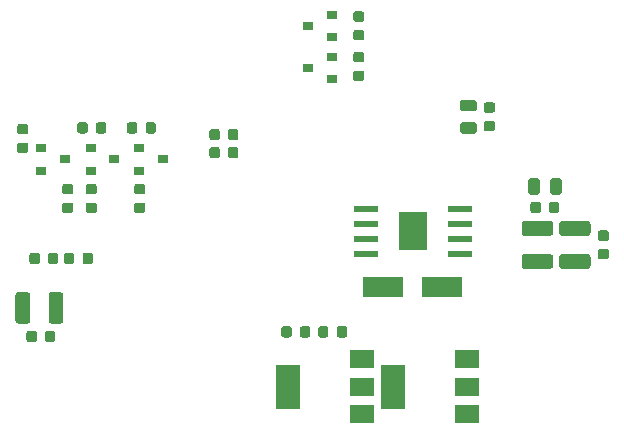
<source format=gbr>
G04 #@! TF.GenerationSoftware,KiCad,Pcbnew,(5.1.5)-2*
G04 #@! TF.CreationDate,2020-03-10T14:18:09+08:00*
G04 #@! TF.ProjectId,ESP32-sensorKit,45535033-322d-4736-956e-736f724b6974,rev?*
G04 #@! TF.SameCoordinates,Original*
G04 #@! TF.FileFunction,Paste,Bot*
G04 #@! TF.FilePolarity,Positive*
%FSLAX46Y46*%
G04 Gerber Fmt 4.6, Leading zero omitted, Abs format (unit mm)*
G04 Created by KiCad (PCBNEW (5.1.5)-2) date 2020-03-10 14:18:09*
%MOMM*%
%LPD*%
G04 APERTURE LIST*
%ADD10C,0.100000*%
%ADD11R,3.500000X1.800000*%
%ADD12R,0.900000X0.800000*%
%ADD13R,2.000000X3.800000*%
%ADD14R,2.000000X1.500000*%
%ADD15R,2.000000X0.510000*%
%ADD16R,2.413000X3.302000*%
G04 APERTURE END LIST*
D10*
G04 #@! TO.C,C18*
G36*
X159214504Y-97799204D02*
G01*
X159238773Y-97802804D01*
X159262571Y-97808765D01*
X159285671Y-97817030D01*
X159307849Y-97827520D01*
X159328893Y-97840133D01*
X159348598Y-97854747D01*
X159366777Y-97871223D01*
X159383253Y-97889402D01*
X159397867Y-97909107D01*
X159410480Y-97930151D01*
X159420970Y-97952329D01*
X159429235Y-97975429D01*
X159435196Y-97999227D01*
X159438796Y-98023496D01*
X159440000Y-98048000D01*
X159440000Y-98798000D01*
X159438796Y-98822504D01*
X159435196Y-98846773D01*
X159429235Y-98870571D01*
X159420970Y-98893671D01*
X159410480Y-98915849D01*
X159397867Y-98936893D01*
X159383253Y-98956598D01*
X159366777Y-98974777D01*
X159348598Y-98991253D01*
X159328893Y-99005867D01*
X159307849Y-99018480D01*
X159285671Y-99028970D01*
X159262571Y-99037235D01*
X159238773Y-99043196D01*
X159214504Y-99046796D01*
X159190000Y-99048000D01*
X157040000Y-99048000D01*
X157015496Y-99046796D01*
X156991227Y-99043196D01*
X156967429Y-99037235D01*
X156944329Y-99028970D01*
X156922151Y-99018480D01*
X156901107Y-99005867D01*
X156881402Y-98991253D01*
X156863223Y-98974777D01*
X156846747Y-98956598D01*
X156832133Y-98936893D01*
X156819520Y-98915849D01*
X156809030Y-98893671D01*
X156800765Y-98870571D01*
X156794804Y-98846773D01*
X156791204Y-98822504D01*
X156790000Y-98798000D01*
X156790000Y-98048000D01*
X156791204Y-98023496D01*
X156794804Y-97999227D01*
X156800765Y-97975429D01*
X156809030Y-97952329D01*
X156819520Y-97930151D01*
X156832133Y-97909107D01*
X156846747Y-97889402D01*
X156863223Y-97871223D01*
X156881402Y-97854747D01*
X156901107Y-97840133D01*
X156922151Y-97827520D01*
X156944329Y-97817030D01*
X156967429Y-97808765D01*
X156991227Y-97802804D01*
X157015496Y-97799204D01*
X157040000Y-97798000D01*
X159190000Y-97798000D01*
X159214504Y-97799204D01*
G37*
G36*
X159214504Y-94999204D02*
G01*
X159238773Y-95002804D01*
X159262571Y-95008765D01*
X159285671Y-95017030D01*
X159307849Y-95027520D01*
X159328893Y-95040133D01*
X159348598Y-95054747D01*
X159366777Y-95071223D01*
X159383253Y-95089402D01*
X159397867Y-95109107D01*
X159410480Y-95130151D01*
X159420970Y-95152329D01*
X159429235Y-95175429D01*
X159435196Y-95199227D01*
X159438796Y-95223496D01*
X159440000Y-95248000D01*
X159440000Y-95998000D01*
X159438796Y-96022504D01*
X159435196Y-96046773D01*
X159429235Y-96070571D01*
X159420970Y-96093671D01*
X159410480Y-96115849D01*
X159397867Y-96136893D01*
X159383253Y-96156598D01*
X159366777Y-96174777D01*
X159348598Y-96191253D01*
X159328893Y-96205867D01*
X159307849Y-96218480D01*
X159285671Y-96228970D01*
X159262571Y-96237235D01*
X159238773Y-96243196D01*
X159214504Y-96246796D01*
X159190000Y-96248000D01*
X157040000Y-96248000D01*
X157015496Y-96246796D01*
X156991227Y-96243196D01*
X156967429Y-96237235D01*
X156944329Y-96228970D01*
X156922151Y-96218480D01*
X156901107Y-96205867D01*
X156881402Y-96191253D01*
X156863223Y-96174777D01*
X156846747Y-96156598D01*
X156832133Y-96136893D01*
X156819520Y-96115849D01*
X156809030Y-96093671D01*
X156800765Y-96070571D01*
X156794804Y-96046773D01*
X156791204Y-96022504D01*
X156790000Y-95998000D01*
X156790000Y-95248000D01*
X156791204Y-95223496D01*
X156794804Y-95199227D01*
X156800765Y-95175429D01*
X156809030Y-95152329D01*
X156819520Y-95130151D01*
X156832133Y-95109107D01*
X156846747Y-95089402D01*
X156863223Y-95071223D01*
X156881402Y-95054747D01*
X156901107Y-95040133D01*
X156922151Y-95027520D01*
X156944329Y-95017030D01*
X156967429Y-95008765D01*
X156991227Y-95002804D01*
X157015496Y-94999204D01*
X157040000Y-94998000D01*
X159190000Y-94998000D01*
X159214504Y-94999204D01*
G37*
G04 #@! TD*
G04 #@! TO.C,C17*
G36*
X162389504Y-97799204D02*
G01*
X162413773Y-97802804D01*
X162437571Y-97808765D01*
X162460671Y-97817030D01*
X162482849Y-97827520D01*
X162503893Y-97840133D01*
X162523598Y-97854747D01*
X162541777Y-97871223D01*
X162558253Y-97889402D01*
X162572867Y-97909107D01*
X162585480Y-97930151D01*
X162595970Y-97952329D01*
X162604235Y-97975429D01*
X162610196Y-97999227D01*
X162613796Y-98023496D01*
X162615000Y-98048000D01*
X162615000Y-98798000D01*
X162613796Y-98822504D01*
X162610196Y-98846773D01*
X162604235Y-98870571D01*
X162595970Y-98893671D01*
X162585480Y-98915849D01*
X162572867Y-98936893D01*
X162558253Y-98956598D01*
X162541777Y-98974777D01*
X162523598Y-98991253D01*
X162503893Y-99005867D01*
X162482849Y-99018480D01*
X162460671Y-99028970D01*
X162437571Y-99037235D01*
X162413773Y-99043196D01*
X162389504Y-99046796D01*
X162365000Y-99048000D01*
X160215000Y-99048000D01*
X160190496Y-99046796D01*
X160166227Y-99043196D01*
X160142429Y-99037235D01*
X160119329Y-99028970D01*
X160097151Y-99018480D01*
X160076107Y-99005867D01*
X160056402Y-98991253D01*
X160038223Y-98974777D01*
X160021747Y-98956598D01*
X160007133Y-98936893D01*
X159994520Y-98915849D01*
X159984030Y-98893671D01*
X159975765Y-98870571D01*
X159969804Y-98846773D01*
X159966204Y-98822504D01*
X159965000Y-98798000D01*
X159965000Y-98048000D01*
X159966204Y-98023496D01*
X159969804Y-97999227D01*
X159975765Y-97975429D01*
X159984030Y-97952329D01*
X159994520Y-97930151D01*
X160007133Y-97909107D01*
X160021747Y-97889402D01*
X160038223Y-97871223D01*
X160056402Y-97854747D01*
X160076107Y-97840133D01*
X160097151Y-97827520D01*
X160119329Y-97817030D01*
X160142429Y-97808765D01*
X160166227Y-97802804D01*
X160190496Y-97799204D01*
X160215000Y-97798000D01*
X162365000Y-97798000D01*
X162389504Y-97799204D01*
G37*
G36*
X162389504Y-94999204D02*
G01*
X162413773Y-95002804D01*
X162437571Y-95008765D01*
X162460671Y-95017030D01*
X162482849Y-95027520D01*
X162503893Y-95040133D01*
X162523598Y-95054747D01*
X162541777Y-95071223D01*
X162558253Y-95089402D01*
X162572867Y-95109107D01*
X162585480Y-95130151D01*
X162595970Y-95152329D01*
X162604235Y-95175429D01*
X162610196Y-95199227D01*
X162613796Y-95223496D01*
X162615000Y-95248000D01*
X162615000Y-95998000D01*
X162613796Y-96022504D01*
X162610196Y-96046773D01*
X162604235Y-96070571D01*
X162595970Y-96093671D01*
X162585480Y-96115849D01*
X162572867Y-96136893D01*
X162558253Y-96156598D01*
X162541777Y-96174777D01*
X162523598Y-96191253D01*
X162503893Y-96205867D01*
X162482849Y-96218480D01*
X162460671Y-96228970D01*
X162437571Y-96237235D01*
X162413773Y-96243196D01*
X162389504Y-96246796D01*
X162365000Y-96248000D01*
X160215000Y-96248000D01*
X160190496Y-96246796D01*
X160166227Y-96243196D01*
X160142429Y-96237235D01*
X160119329Y-96228970D01*
X160097151Y-96218480D01*
X160076107Y-96205867D01*
X160056402Y-96191253D01*
X160038223Y-96174777D01*
X160021747Y-96156598D01*
X160007133Y-96136893D01*
X159994520Y-96115849D01*
X159984030Y-96093671D01*
X159975765Y-96070571D01*
X159969804Y-96046773D01*
X159966204Y-96022504D01*
X159965000Y-95998000D01*
X159965000Y-95248000D01*
X159966204Y-95223496D01*
X159969804Y-95199227D01*
X159975765Y-95175429D01*
X159984030Y-95152329D01*
X159994520Y-95130151D01*
X160007133Y-95109107D01*
X160021747Y-95089402D01*
X160038223Y-95071223D01*
X160056402Y-95054747D01*
X160076107Y-95040133D01*
X160097151Y-95027520D01*
X160119329Y-95017030D01*
X160142429Y-95008765D01*
X160166227Y-95002804D01*
X160190496Y-94999204D01*
X160215000Y-94998000D01*
X162365000Y-94998000D01*
X162389504Y-94999204D01*
G37*
G04 #@! TD*
G04 #@! TO.C,C15*
G36*
X114950504Y-101033204D02*
G01*
X114974773Y-101036804D01*
X114998571Y-101042765D01*
X115021671Y-101051030D01*
X115043849Y-101061520D01*
X115064893Y-101074133D01*
X115084598Y-101088747D01*
X115102777Y-101105223D01*
X115119253Y-101123402D01*
X115133867Y-101143107D01*
X115146480Y-101164151D01*
X115156970Y-101186329D01*
X115165235Y-101209429D01*
X115171196Y-101233227D01*
X115174796Y-101257496D01*
X115176000Y-101282000D01*
X115176000Y-103432000D01*
X115174796Y-103456504D01*
X115171196Y-103480773D01*
X115165235Y-103504571D01*
X115156970Y-103527671D01*
X115146480Y-103549849D01*
X115133867Y-103570893D01*
X115119253Y-103590598D01*
X115102777Y-103608777D01*
X115084598Y-103625253D01*
X115064893Y-103639867D01*
X115043849Y-103652480D01*
X115021671Y-103662970D01*
X114998571Y-103671235D01*
X114974773Y-103677196D01*
X114950504Y-103680796D01*
X114926000Y-103682000D01*
X114176000Y-103682000D01*
X114151496Y-103680796D01*
X114127227Y-103677196D01*
X114103429Y-103671235D01*
X114080329Y-103662970D01*
X114058151Y-103652480D01*
X114037107Y-103639867D01*
X114017402Y-103625253D01*
X113999223Y-103608777D01*
X113982747Y-103590598D01*
X113968133Y-103570893D01*
X113955520Y-103549849D01*
X113945030Y-103527671D01*
X113936765Y-103504571D01*
X113930804Y-103480773D01*
X113927204Y-103456504D01*
X113926000Y-103432000D01*
X113926000Y-101282000D01*
X113927204Y-101257496D01*
X113930804Y-101233227D01*
X113936765Y-101209429D01*
X113945030Y-101186329D01*
X113955520Y-101164151D01*
X113968133Y-101143107D01*
X113982747Y-101123402D01*
X113999223Y-101105223D01*
X114017402Y-101088747D01*
X114037107Y-101074133D01*
X114058151Y-101061520D01*
X114080329Y-101051030D01*
X114103429Y-101042765D01*
X114127227Y-101036804D01*
X114151496Y-101033204D01*
X114176000Y-101032000D01*
X114926000Y-101032000D01*
X114950504Y-101033204D01*
G37*
G36*
X117750504Y-101033204D02*
G01*
X117774773Y-101036804D01*
X117798571Y-101042765D01*
X117821671Y-101051030D01*
X117843849Y-101061520D01*
X117864893Y-101074133D01*
X117884598Y-101088747D01*
X117902777Y-101105223D01*
X117919253Y-101123402D01*
X117933867Y-101143107D01*
X117946480Y-101164151D01*
X117956970Y-101186329D01*
X117965235Y-101209429D01*
X117971196Y-101233227D01*
X117974796Y-101257496D01*
X117976000Y-101282000D01*
X117976000Y-103432000D01*
X117974796Y-103456504D01*
X117971196Y-103480773D01*
X117965235Y-103504571D01*
X117956970Y-103527671D01*
X117946480Y-103549849D01*
X117933867Y-103570893D01*
X117919253Y-103590598D01*
X117902777Y-103608777D01*
X117884598Y-103625253D01*
X117864893Y-103639867D01*
X117843849Y-103652480D01*
X117821671Y-103662970D01*
X117798571Y-103671235D01*
X117774773Y-103677196D01*
X117750504Y-103680796D01*
X117726000Y-103682000D01*
X116976000Y-103682000D01*
X116951496Y-103680796D01*
X116927227Y-103677196D01*
X116903429Y-103671235D01*
X116880329Y-103662970D01*
X116858151Y-103652480D01*
X116837107Y-103639867D01*
X116817402Y-103625253D01*
X116799223Y-103608777D01*
X116782747Y-103590598D01*
X116768133Y-103570893D01*
X116755520Y-103549849D01*
X116745030Y-103527671D01*
X116736765Y-103504571D01*
X116730804Y-103480773D01*
X116727204Y-103456504D01*
X116726000Y-103432000D01*
X116726000Y-101282000D01*
X116727204Y-101257496D01*
X116730804Y-101233227D01*
X116736765Y-101209429D01*
X116745030Y-101186329D01*
X116755520Y-101164151D01*
X116768133Y-101143107D01*
X116782747Y-101123402D01*
X116799223Y-101105223D01*
X116817402Y-101088747D01*
X116837107Y-101074133D01*
X116858151Y-101061520D01*
X116880329Y-101051030D01*
X116903429Y-101042765D01*
X116927227Y-101036804D01*
X116951496Y-101033204D01*
X116976000Y-101032000D01*
X117726000Y-101032000D01*
X117750504Y-101033204D01*
G37*
G04 #@! TD*
G04 #@! TO.C,C2*
G36*
X141807191Y-103915053D02*
G01*
X141828426Y-103918203D01*
X141849250Y-103923419D01*
X141869462Y-103930651D01*
X141888868Y-103939830D01*
X141907281Y-103950866D01*
X141924524Y-103963654D01*
X141940430Y-103978070D01*
X141954846Y-103993976D01*
X141967634Y-104011219D01*
X141978670Y-104029632D01*
X141987849Y-104049038D01*
X141995081Y-104069250D01*
X142000297Y-104090074D01*
X142003447Y-104111309D01*
X142004500Y-104132750D01*
X142004500Y-104645250D01*
X142003447Y-104666691D01*
X142000297Y-104687926D01*
X141995081Y-104708750D01*
X141987849Y-104728962D01*
X141978670Y-104748368D01*
X141967634Y-104766781D01*
X141954846Y-104784024D01*
X141940430Y-104799930D01*
X141924524Y-104814346D01*
X141907281Y-104827134D01*
X141888868Y-104838170D01*
X141869462Y-104847349D01*
X141849250Y-104854581D01*
X141828426Y-104859797D01*
X141807191Y-104862947D01*
X141785750Y-104864000D01*
X141348250Y-104864000D01*
X141326809Y-104862947D01*
X141305574Y-104859797D01*
X141284750Y-104854581D01*
X141264538Y-104847349D01*
X141245132Y-104838170D01*
X141226719Y-104827134D01*
X141209476Y-104814346D01*
X141193570Y-104799930D01*
X141179154Y-104784024D01*
X141166366Y-104766781D01*
X141155330Y-104748368D01*
X141146151Y-104728962D01*
X141138919Y-104708750D01*
X141133703Y-104687926D01*
X141130553Y-104666691D01*
X141129500Y-104645250D01*
X141129500Y-104132750D01*
X141130553Y-104111309D01*
X141133703Y-104090074D01*
X141138919Y-104069250D01*
X141146151Y-104049038D01*
X141155330Y-104029632D01*
X141166366Y-104011219D01*
X141179154Y-103993976D01*
X141193570Y-103978070D01*
X141209476Y-103963654D01*
X141226719Y-103950866D01*
X141245132Y-103939830D01*
X141264538Y-103930651D01*
X141284750Y-103923419D01*
X141305574Y-103918203D01*
X141326809Y-103915053D01*
X141348250Y-103914000D01*
X141785750Y-103914000D01*
X141807191Y-103915053D01*
G37*
G36*
X140232191Y-103915053D02*
G01*
X140253426Y-103918203D01*
X140274250Y-103923419D01*
X140294462Y-103930651D01*
X140313868Y-103939830D01*
X140332281Y-103950866D01*
X140349524Y-103963654D01*
X140365430Y-103978070D01*
X140379846Y-103993976D01*
X140392634Y-104011219D01*
X140403670Y-104029632D01*
X140412849Y-104049038D01*
X140420081Y-104069250D01*
X140425297Y-104090074D01*
X140428447Y-104111309D01*
X140429500Y-104132750D01*
X140429500Y-104645250D01*
X140428447Y-104666691D01*
X140425297Y-104687926D01*
X140420081Y-104708750D01*
X140412849Y-104728962D01*
X140403670Y-104748368D01*
X140392634Y-104766781D01*
X140379846Y-104784024D01*
X140365430Y-104799930D01*
X140349524Y-104814346D01*
X140332281Y-104827134D01*
X140313868Y-104838170D01*
X140294462Y-104847349D01*
X140274250Y-104854581D01*
X140253426Y-104859797D01*
X140232191Y-104862947D01*
X140210750Y-104864000D01*
X139773250Y-104864000D01*
X139751809Y-104862947D01*
X139730574Y-104859797D01*
X139709750Y-104854581D01*
X139689538Y-104847349D01*
X139670132Y-104838170D01*
X139651719Y-104827134D01*
X139634476Y-104814346D01*
X139618570Y-104799930D01*
X139604154Y-104784024D01*
X139591366Y-104766781D01*
X139580330Y-104748368D01*
X139571151Y-104728962D01*
X139563919Y-104708750D01*
X139558703Y-104687926D01*
X139555553Y-104666691D01*
X139554500Y-104645250D01*
X139554500Y-104132750D01*
X139555553Y-104111309D01*
X139558703Y-104090074D01*
X139563919Y-104069250D01*
X139571151Y-104049038D01*
X139580330Y-104029632D01*
X139591366Y-104011219D01*
X139604154Y-103993976D01*
X139618570Y-103978070D01*
X139634476Y-103963654D01*
X139651719Y-103950866D01*
X139670132Y-103939830D01*
X139689538Y-103930651D01*
X139709750Y-103923419D01*
X139730574Y-103918203D01*
X139751809Y-103915053D01*
X139773250Y-103914000D01*
X140210750Y-103914000D01*
X140232191Y-103915053D01*
G37*
G04 #@! TD*
G04 #@! TO.C,C5*
G36*
X159955142Y-91371174D02*
G01*
X159978803Y-91374684D01*
X160002007Y-91380496D01*
X160024529Y-91388554D01*
X160046153Y-91398782D01*
X160066670Y-91411079D01*
X160085883Y-91425329D01*
X160103607Y-91441393D01*
X160119671Y-91459117D01*
X160133921Y-91478330D01*
X160146218Y-91498847D01*
X160156446Y-91520471D01*
X160164504Y-91542993D01*
X160170316Y-91566197D01*
X160173826Y-91589858D01*
X160175000Y-91613750D01*
X160175000Y-92526250D01*
X160173826Y-92550142D01*
X160170316Y-92573803D01*
X160164504Y-92597007D01*
X160156446Y-92619529D01*
X160146218Y-92641153D01*
X160133921Y-92661670D01*
X160119671Y-92680883D01*
X160103607Y-92698607D01*
X160085883Y-92714671D01*
X160066670Y-92728921D01*
X160046153Y-92741218D01*
X160024529Y-92751446D01*
X160002007Y-92759504D01*
X159978803Y-92765316D01*
X159955142Y-92768826D01*
X159931250Y-92770000D01*
X159443750Y-92770000D01*
X159419858Y-92768826D01*
X159396197Y-92765316D01*
X159372993Y-92759504D01*
X159350471Y-92751446D01*
X159328847Y-92741218D01*
X159308330Y-92728921D01*
X159289117Y-92714671D01*
X159271393Y-92698607D01*
X159255329Y-92680883D01*
X159241079Y-92661670D01*
X159228782Y-92641153D01*
X159218554Y-92619529D01*
X159210496Y-92597007D01*
X159204684Y-92573803D01*
X159201174Y-92550142D01*
X159200000Y-92526250D01*
X159200000Y-91613750D01*
X159201174Y-91589858D01*
X159204684Y-91566197D01*
X159210496Y-91542993D01*
X159218554Y-91520471D01*
X159228782Y-91498847D01*
X159241079Y-91478330D01*
X159255329Y-91459117D01*
X159271393Y-91441393D01*
X159289117Y-91425329D01*
X159308330Y-91411079D01*
X159328847Y-91398782D01*
X159350471Y-91388554D01*
X159372993Y-91380496D01*
X159396197Y-91374684D01*
X159419858Y-91371174D01*
X159443750Y-91370000D01*
X159931250Y-91370000D01*
X159955142Y-91371174D01*
G37*
G36*
X158080142Y-91371174D02*
G01*
X158103803Y-91374684D01*
X158127007Y-91380496D01*
X158149529Y-91388554D01*
X158171153Y-91398782D01*
X158191670Y-91411079D01*
X158210883Y-91425329D01*
X158228607Y-91441393D01*
X158244671Y-91459117D01*
X158258921Y-91478330D01*
X158271218Y-91498847D01*
X158281446Y-91520471D01*
X158289504Y-91542993D01*
X158295316Y-91566197D01*
X158298826Y-91589858D01*
X158300000Y-91613750D01*
X158300000Y-92526250D01*
X158298826Y-92550142D01*
X158295316Y-92573803D01*
X158289504Y-92597007D01*
X158281446Y-92619529D01*
X158271218Y-92641153D01*
X158258921Y-92661670D01*
X158244671Y-92680883D01*
X158228607Y-92698607D01*
X158210883Y-92714671D01*
X158191670Y-92728921D01*
X158171153Y-92741218D01*
X158149529Y-92751446D01*
X158127007Y-92759504D01*
X158103803Y-92765316D01*
X158080142Y-92768826D01*
X158056250Y-92770000D01*
X157568750Y-92770000D01*
X157544858Y-92768826D01*
X157521197Y-92765316D01*
X157497993Y-92759504D01*
X157475471Y-92751446D01*
X157453847Y-92741218D01*
X157433330Y-92728921D01*
X157414117Y-92714671D01*
X157396393Y-92698607D01*
X157380329Y-92680883D01*
X157366079Y-92661670D01*
X157353782Y-92641153D01*
X157343554Y-92619529D01*
X157335496Y-92597007D01*
X157329684Y-92573803D01*
X157326174Y-92550142D01*
X157325000Y-92526250D01*
X157325000Y-91613750D01*
X157326174Y-91589858D01*
X157329684Y-91566197D01*
X157335496Y-91542993D01*
X157343554Y-91520471D01*
X157353782Y-91498847D01*
X157366079Y-91478330D01*
X157380329Y-91459117D01*
X157396393Y-91441393D01*
X157414117Y-91425329D01*
X157433330Y-91411079D01*
X157453847Y-91398782D01*
X157475471Y-91388554D01*
X157497993Y-91380496D01*
X157521197Y-91374684D01*
X157544858Y-91371174D01*
X157568750Y-91370000D01*
X158056250Y-91370000D01*
X158080142Y-91371174D01*
G37*
G04 #@! TD*
G04 #@! TO.C,C6*
G36*
X137120691Y-103915053D02*
G01*
X137141926Y-103918203D01*
X137162750Y-103923419D01*
X137182962Y-103930651D01*
X137202368Y-103939830D01*
X137220781Y-103950866D01*
X137238024Y-103963654D01*
X137253930Y-103978070D01*
X137268346Y-103993976D01*
X137281134Y-104011219D01*
X137292170Y-104029632D01*
X137301349Y-104049038D01*
X137308581Y-104069250D01*
X137313797Y-104090074D01*
X137316947Y-104111309D01*
X137318000Y-104132750D01*
X137318000Y-104645250D01*
X137316947Y-104666691D01*
X137313797Y-104687926D01*
X137308581Y-104708750D01*
X137301349Y-104728962D01*
X137292170Y-104748368D01*
X137281134Y-104766781D01*
X137268346Y-104784024D01*
X137253930Y-104799930D01*
X137238024Y-104814346D01*
X137220781Y-104827134D01*
X137202368Y-104838170D01*
X137182962Y-104847349D01*
X137162750Y-104854581D01*
X137141926Y-104859797D01*
X137120691Y-104862947D01*
X137099250Y-104864000D01*
X136661750Y-104864000D01*
X136640309Y-104862947D01*
X136619074Y-104859797D01*
X136598250Y-104854581D01*
X136578038Y-104847349D01*
X136558632Y-104838170D01*
X136540219Y-104827134D01*
X136522976Y-104814346D01*
X136507070Y-104799930D01*
X136492654Y-104784024D01*
X136479866Y-104766781D01*
X136468830Y-104748368D01*
X136459651Y-104728962D01*
X136452419Y-104708750D01*
X136447203Y-104687926D01*
X136444053Y-104666691D01*
X136443000Y-104645250D01*
X136443000Y-104132750D01*
X136444053Y-104111309D01*
X136447203Y-104090074D01*
X136452419Y-104069250D01*
X136459651Y-104049038D01*
X136468830Y-104029632D01*
X136479866Y-104011219D01*
X136492654Y-103993976D01*
X136507070Y-103978070D01*
X136522976Y-103963654D01*
X136540219Y-103950866D01*
X136558632Y-103939830D01*
X136578038Y-103930651D01*
X136598250Y-103923419D01*
X136619074Y-103918203D01*
X136640309Y-103915053D01*
X136661750Y-103914000D01*
X137099250Y-103914000D01*
X137120691Y-103915053D01*
G37*
G36*
X138695691Y-103915053D02*
G01*
X138716926Y-103918203D01*
X138737750Y-103923419D01*
X138757962Y-103930651D01*
X138777368Y-103939830D01*
X138795781Y-103950866D01*
X138813024Y-103963654D01*
X138828930Y-103978070D01*
X138843346Y-103993976D01*
X138856134Y-104011219D01*
X138867170Y-104029632D01*
X138876349Y-104049038D01*
X138883581Y-104069250D01*
X138888797Y-104090074D01*
X138891947Y-104111309D01*
X138893000Y-104132750D01*
X138893000Y-104645250D01*
X138891947Y-104666691D01*
X138888797Y-104687926D01*
X138883581Y-104708750D01*
X138876349Y-104728962D01*
X138867170Y-104748368D01*
X138856134Y-104766781D01*
X138843346Y-104784024D01*
X138828930Y-104799930D01*
X138813024Y-104814346D01*
X138795781Y-104827134D01*
X138777368Y-104838170D01*
X138757962Y-104847349D01*
X138737750Y-104854581D01*
X138716926Y-104859797D01*
X138695691Y-104862947D01*
X138674250Y-104864000D01*
X138236750Y-104864000D01*
X138215309Y-104862947D01*
X138194074Y-104859797D01*
X138173250Y-104854581D01*
X138153038Y-104847349D01*
X138133632Y-104838170D01*
X138115219Y-104827134D01*
X138097976Y-104814346D01*
X138082070Y-104799930D01*
X138067654Y-104784024D01*
X138054866Y-104766781D01*
X138043830Y-104748368D01*
X138034651Y-104728962D01*
X138027419Y-104708750D01*
X138022203Y-104687926D01*
X138019053Y-104666691D01*
X138018000Y-104645250D01*
X138018000Y-104132750D01*
X138019053Y-104111309D01*
X138022203Y-104090074D01*
X138027419Y-104069250D01*
X138034651Y-104049038D01*
X138043830Y-104029632D01*
X138054866Y-104011219D01*
X138067654Y-103993976D01*
X138082070Y-103978070D01*
X138097976Y-103963654D01*
X138115219Y-103950866D01*
X138133632Y-103939830D01*
X138153038Y-103930651D01*
X138173250Y-103923419D01*
X138194074Y-103918203D01*
X138215309Y-103915053D01*
X138236750Y-103914000D01*
X138674250Y-103914000D01*
X138695691Y-103915053D01*
G37*
G04 #@! TD*
G04 #@! TO.C,C11*
G36*
X154328691Y-84953253D02*
G01*
X154349926Y-84956403D01*
X154370750Y-84961619D01*
X154390962Y-84968851D01*
X154410368Y-84978030D01*
X154428781Y-84989066D01*
X154446024Y-85001854D01*
X154461930Y-85016270D01*
X154476346Y-85032176D01*
X154489134Y-85049419D01*
X154500170Y-85067832D01*
X154509349Y-85087238D01*
X154516581Y-85107450D01*
X154521797Y-85128274D01*
X154524947Y-85149509D01*
X154526000Y-85170950D01*
X154526000Y-85608450D01*
X154524947Y-85629891D01*
X154521797Y-85651126D01*
X154516581Y-85671950D01*
X154509349Y-85692162D01*
X154500170Y-85711568D01*
X154489134Y-85729981D01*
X154476346Y-85747224D01*
X154461930Y-85763130D01*
X154446024Y-85777546D01*
X154428781Y-85790334D01*
X154410368Y-85801370D01*
X154390962Y-85810549D01*
X154370750Y-85817781D01*
X154349926Y-85822997D01*
X154328691Y-85826147D01*
X154307250Y-85827200D01*
X153794750Y-85827200D01*
X153773309Y-85826147D01*
X153752074Y-85822997D01*
X153731250Y-85817781D01*
X153711038Y-85810549D01*
X153691632Y-85801370D01*
X153673219Y-85790334D01*
X153655976Y-85777546D01*
X153640070Y-85763130D01*
X153625654Y-85747224D01*
X153612866Y-85729981D01*
X153601830Y-85711568D01*
X153592651Y-85692162D01*
X153585419Y-85671950D01*
X153580203Y-85651126D01*
X153577053Y-85629891D01*
X153576000Y-85608450D01*
X153576000Y-85170950D01*
X153577053Y-85149509D01*
X153580203Y-85128274D01*
X153585419Y-85107450D01*
X153592651Y-85087238D01*
X153601830Y-85067832D01*
X153612866Y-85049419D01*
X153625654Y-85032176D01*
X153640070Y-85016270D01*
X153655976Y-85001854D01*
X153673219Y-84989066D01*
X153691632Y-84978030D01*
X153711038Y-84968851D01*
X153731250Y-84961619D01*
X153752074Y-84956403D01*
X153773309Y-84953253D01*
X153794750Y-84952200D01*
X154307250Y-84952200D01*
X154328691Y-84953253D01*
G37*
G36*
X154328691Y-86528253D02*
G01*
X154349926Y-86531403D01*
X154370750Y-86536619D01*
X154390962Y-86543851D01*
X154410368Y-86553030D01*
X154428781Y-86564066D01*
X154446024Y-86576854D01*
X154461930Y-86591270D01*
X154476346Y-86607176D01*
X154489134Y-86624419D01*
X154500170Y-86642832D01*
X154509349Y-86662238D01*
X154516581Y-86682450D01*
X154521797Y-86703274D01*
X154524947Y-86724509D01*
X154526000Y-86745950D01*
X154526000Y-87183450D01*
X154524947Y-87204891D01*
X154521797Y-87226126D01*
X154516581Y-87246950D01*
X154509349Y-87267162D01*
X154500170Y-87286568D01*
X154489134Y-87304981D01*
X154476346Y-87322224D01*
X154461930Y-87338130D01*
X154446024Y-87352546D01*
X154428781Y-87365334D01*
X154410368Y-87376370D01*
X154390962Y-87385549D01*
X154370750Y-87392781D01*
X154349926Y-87397997D01*
X154328691Y-87401147D01*
X154307250Y-87402200D01*
X153794750Y-87402200D01*
X153773309Y-87401147D01*
X153752074Y-87397997D01*
X153731250Y-87392781D01*
X153711038Y-87385549D01*
X153691632Y-87376370D01*
X153673219Y-87365334D01*
X153655976Y-87352546D01*
X153640070Y-87338130D01*
X153625654Y-87322224D01*
X153612866Y-87304981D01*
X153601830Y-87286568D01*
X153592651Y-87267162D01*
X153585419Y-87246950D01*
X153580203Y-87226126D01*
X153577053Y-87204891D01*
X153576000Y-87183450D01*
X153576000Y-86745950D01*
X153577053Y-86724509D01*
X153580203Y-86703274D01*
X153585419Y-86682450D01*
X153592651Y-86662238D01*
X153601830Y-86642832D01*
X153612866Y-86624419D01*
X153625654Y-86607176D01*
X153640070Y-86591270D01*
X153655976Y-86576854D01*
X153673219Y-86564066D01*
X153691632Y-86553030D01*
X153711038Y-86543851D01*
X153731250Y-86536619D01*
X153752074Y-86531403D01*
X153773309Y-86528253D01*
X153794750Y-86527200D01*
X154307250Y-86527200D01*
X154328691Y-86528253D01*
G37*
G04 #@! TD*
G04 #@! TO.C,C12*
G36*
X152753142Y-86628374D02*
G01*
X152776803Y-86631884D01*
X152800007Y-86637696D01*
X152822529Y-86645754D01*
X152844153Y-86655982D01*
X152864670Y-86668279D01*
X152883883Y-86682529D01*
X152901607Y-86698593D01*
X152917671Y-86716317D01*
X152931921Y-86735530D01*
X152944218Y-86756047D01*
X152954446Y-86777671D01*
X152962504Y-86800193D01*
X152968316Y-86823397D01*
X152971826Y-86847058D01*
X152973000Y-86870950D01*
X152973000Y-87358450D01*
X152971826Y-87382342D01*
X152968316Y-87406003D01*
X152962504Y-87429207D01*
X152954446Y-87451729D01*
X152944218Y-87473353D01*
X152931921Y-87493870D01*
X152917671Y-87513083D01*
X152901607Y-87530807D01*
X152883883Y-87546871D01*
X152864670Y-87561121D01*
X152844153Y-87573418D01*
X152822529Y-87583646D01*
X152800007Y-87591704D01*
X152776803Y-87597516D01*
X152753142Y-87601026D01*
X152729250Y-87602200D01*
X151816750Y-87602200D01*
X151792858Y-87601026D01*
X151769197Y-87597516D01*
X151745993Y-87591704D01*
X151723471Y-87583646D01*
X151701847Y-87573418D01*
X151681330Y-87561121D01*
X151662117Y-87546871D01*
X151644393Y-87530807D01*
X151628329Y-87513083D01*
X151614079Y-87493870D01*
X151601782Y-87473353D01*
X151591554Y-87451729D01*
X151583496Y-87429207D01*
X151577684Y-87406003D01*
X151574174Y-87382342D01*
X151573000Y-87358450D01*
X151573000Y-86870950D01*
X151574174Y-86847058D01*
X151577684Y-86823397D01*
X151583496Y-86800193D01*
X151591554Y-86777671D01*
X151601782Y-86756047D01*
X151614079Y-86735530D01*
X151628329Y-86716317D01*
X151644393Y-86698593D01*
X151662117Y-86682529D01*
X151681330Y-86668279D01*
X151701847Y-86655982D01*
X151723471Y-86645754D01*
X151745993Y-86637696D01*
X151769197Y-86631884D01*
X151792858Y-86628374D01*
X151816750Y-86627200D01*
X152729250Y-86627200D01*
X152753142Y-86628374D01*
G37*
G36*
X152753142Y-84753374D02*
G01*
X152776803Y-84756884D01*
X152800007Y-84762696D01*
X152822529Y-84770754D01*
X152844153Y-84780982D01*
X152864670Y-84793279D01*
X152883883Y-84807529D01*
X152901607Y-84823593D01*
X152917671Y-84841317D01*
X152931921Y-84860530D01*
X152944218Y-84881047D01*
X152954446Y-84902671D01*
X152962504Y-84925193D01*
X152968316Y-84948397D01*
X152971826Y-84972058D01*
X152973000Y-84995950D01*
X152973000Y-85483450D01*
X152971826Y-85507342D01*
X152968316Y-85531003D01*
X152962504Y-85554207D01*
X152954446Y-85576729D01*
X152944218Y-85598353D01*
X152931921Y-85618870D01*
X152917671Y-85638083D01*
X152901607Y-85655807D01*
X152883883Y-85671871D01*
X152864670Y-85686121D01*
X152844153Y-85698418D01*
X152822529Y-85708646D01*
X152800007Y-85716704D01*
X152776803Y-85722516D01*
X152753142Y-85726026D01*
X152729250Y-85727200D01*
X151816750Y-85727200D01*
X151792858Y-85726026D01*
X151769197Y-85722516D01*
X151745993Y-85716704D01*
X151723471Y-85708646D01*
X151701847Y-85698418D01*
X151681330Y-85686121D01*
X151662117Y-85671871D01*
X151644393Y-85655807D01*
X151628329Y-85638083D01*
X151614079Y-85618870D01*
X151601782Y-85598353D01*
X151591554Y-85576729D01*
X151583496Y-85554207D01*
X151577684Y-85531003D01*
X151574174Y-85507342D01*
X151573000Y-85483450D01*
X151573000Y-84995950D01*
X151574174Y-84972058D01*
X151577684Y-84948397D01*
X151583496Y-84925193D01*
X151591554Y-84902671D01*
X151601782Y-84881047D01*
X151614079Y-84860530D01*
X151628329Y-84841317D01*
X151644393Y-84823593D01*
X151662117Y-84807529D01*
X151681330Y-84793279D01*
X151701847Y-84780982D01*
X151723471Y-84770754D01*
X151745993Y-84762696D01*
X151769197Y-84756884D01*
X151792858Y-84753374D01*
X151816750Y-84752200D01*
X152729250Y-84752200D01*
X152753142Y-84753374D01*
G37*
G04 #@! TD*
G04 #@! TO.C,C13*
G36*
X115530691Y-104296053D02*
G01*
X115551926Y-104299203D01*
X115572750Y-104304419D01*
X115592962Y-104311651D01*
X115612368Y-104320830D01*
X115630781Y-104331866D01*
X115648024Y-104344654D01*
X115663930Y-104359070D01*
X115678346Y-104374976D01*
X115691134Y-104392219D01*
X115702170Y-104410632D01*
X115711349Y-104430038D01*
X115718581Y-104450250D01*
X115723797Y-104471074D01*
X115726947Y-104492309D01*
X115728000Y-104513750D01*
X115728000Y-105026250D01*
X115726947Y-105047691D01*
X115723797Y-105068926D01*
X115718581Y-105089750D01*
X115711349Y-105109962D01*
X115702170Y-105129368D01*
X115691134Y-105147781D01*
X115678346Y-105165024D01*
X115663930Y-105180930D01*
X115648024Y-105195346D01*
X115630781Y-105208134D01*
X115612368Y-105219170D01*
X115592962Y-105228349D01*
X115572750Y-105235581D01*
X115551926Y-105240797D01*
X115530691Y-105243947D01*
X115509250Y-105245000D01*
X115071750Y-105245000D01*
X115050309Y-105243947D01*
X115029074Y-105240797D01*
X115008250Y-105235581D01*
X114988038Y-105228349D01*
X114968632Y-105219170D01*
X114950219Y-105208134D01*
X114932976Y-105195346D01*
X114917070Y-105180930D01*
X114902654Y-105165024D01*
X114889866Y-105147781D01*
X114878830Y-105129368D01*
X114869651Y-105109962D01*
X114862419Y-105089750D01*
X114857203Y-105068926D01*
X114854053Y-105047691D01*
X114853000Y-105026250D01*
X114853000Y-104513750D01*
X114854053Y-104492309D01*
X114857203Y-104471074D01*
X114862419Y-104450250D01*
X114869651Y-104430038D01*
X114878830Y-104410632D01*
X114889866Y-104392219D01*
X114902654Y-104374976D01*
X114917070Y-104359070D01*
X114932976Y-104344654D01*
X114950219Y-104331866D01*
X114968632Y-104320830D01*
X114988038Y-104311651D01*
X115008250Y-104304419D01*
X115029074Y-104299203D01*
X115050309Y-104296053D01*
X115071750Y-104295000D01*
X115509250Y-104295000D01*
X115530691Y-104296053D01*
G37*
G36*
X117105691Y-104296053D02*
G01*
X117126926Y-104299203D01*
X117147750Y-104304419D01*
X117167962Y-104311651D01*
X117187368Y-104320830D01*
X117205781Y-104331866D01*
X117223024Y-104344654D01*
X117238930Y-104359070D01*
X117253346Y-104374976D01*
X117266134Y-104392219D01*
X117277170Y-104410632D01*
X117286349Y-104430038D01*
X117293581Y-104450250D01*
X117298797Y-104471074D01*
X117301947Y-104492309D01*
X117303000Y-104513750D01*
X117303000Y-105026250D01*
X117301947Y-105047691D01*
X117298797Y-105068926D01*
X117293581Y-105089750D01*
X117286349Y-105109962D01*
X117277170Y-105129368D01*
X117266134Y-105147781D01*
X117253346Y-105165024D01*
X117238930Y-105180930D01*
X117223024Y-105195346D01*
X117205781Y-105208134D01*
X117187368Y-105219170D01*
X117167962Y-105228349D01*
X117147750Y-105235581D01*
X117126926Y-105240797D01*
X117105691Y-105243947D01*
X117084250Y-105245000D01*
X116646750Y-105245000D01*
X116625309Y-105243947D01*
X116604074Y-105240797D01*
X116583250Y-105235581D01*
X116563038Y-105228349D01*
X116543632Y-105219170D01*
X116525219Y-105208134D01*
X116507976Y-105195346D01*
X116492070Y-105180930D01*
X116477654Y-105165024D01*
X116464866Y-105147781D01*
X116453830Y-105129368D01*
X116444651Y-105109962D01*
X116437419Y-105089750D01*
X116432203Y-105068926D01*
X116429053Y-105047691D01*
X116428000Y-105026250D01*
X116428000Y-104513750D01*
X116429053Y-104492309D01*
X116432203Y-104471074D01*
X116437419Y-104450250D01*
X116444651Y-104430038D01*
X116453830Y-104410632D01*
X116464866Y-104392219D01*
X116477654Y-104374976D01*
X116492070Y-104359070D01*
X116507976Y-104344654D01*
X116525219Y-104331866D01*
X116543632Y-104320830D01*
X116563038Y-104311651D01*
X116583250Y-104304419D01*
X116604074Y-104299203D01*
X116625309Y-104296053D01*
X116646750Y-104295000D01*
X117084250Y-104295000D01*
X117105691Y-104296053D01*
G37*
G04 #@! TD*
G04 #@! TO.C,C14*
G36*
X118705691Y-97692053D02*
G01*
X118726926Y-97695203D01*
X118747750Y-97700419D01*
X118767962Y-97707651D01*
X118787368Y-97716830D01*
X118805781Y-97727866D01*
X118823024Y-97740654D01*
X118838930Y-97755070D01*
X118853346Y-97770976D01*
X118866134Y-97788219D01*
X118877170Y-97806632D01*
X118886349Y-97826038D01*
X118893581Y-97846250D01*
X118898797Y-97867074D01*
X118901947Y-97888309D01*
X118903000Y-97909750D01*
X118903000Y-98422250D01*
X118901947Y-98443691D01*
X118898797Y-98464926D01*
X118893581Y-98485750D01*
X118886349Y-98505962D01*
X118877170Y-98525368D01*
X118866134Y-98543781D01*
X118853346Y-98561024D01*
X118838930Y-98576930D01*
X118823024Y-98591346D01*
X118805781Y-98604134D01*
X118787368Y-98615170D01*
X118767962Y-98624349D01*
X118747750Y-98631581D01*
X118726926Y-98636797D01*
X118705691Y-98639947D01*
X118684250Y-98641000D01*
X118246750Y-98641000D01*
X118225309Y-98639947D01*
X118204074Y-98636797D01*
X118183250Y-98631581D01*
X118163038Y-98624349D01*
X118143632Y-98615170D01*
X118125219Y-98604134D01*
X118107976Y-98591346D01*
X118092070Y-98576930D01*
X118077654Y-98561024D01*
X118064866Y-98543781D01*
X118053830Y-98525368D01*
X118044651Y-98505962D01*
X118037419Y-98485750D01*
X118032203Y-98464926D01*
X118029053Y-98443691D01*
X118028000Y-98422250D01*
X118028000Y-97909750D01*
X118029053Y-97888309D01*
X118032203Y-97867074D01*
X118037419Y-97846250D01*
X118044651Y-97826038D01*
X118053830Y-97806632D01*
X118064866Y-97788219D01*
X118077654Y-97770976D01*
X118092070Y-97755070D01*
X118107976Y-97740654D01*
X118125219Y-97727866D01*
X118143632Y-97716830D01*
X118163038Y-97707651D01*
X118183250Y-97700419D01*
X118204074Y-97695203D01*
X118225309Y-97692053D01*
X118246750Y-97691000D01*
X118684250Y-97691000D01*
X118705691Y-97692053D01*
G37*
G36*
X120280691Y-97692053D02*
G01*
X120301926Y-97695203D01*
X120322750Y-97700419D01*
X120342962Y-97707651D01*
X120362368Y-97716830D01*
X120380781Y-97727866D01*
X120398024Y-97740654D01*
X120413930Y-97755070D01*
X120428346Y-97770976D01*
X120441134Y-97788219D01*
X120452170Y-97806632D01*
X120461349Y-97826038D01*
X120468581Y-97846250D01*
X120473797Y-97867074D01*
X120476947Y-97888309D01*
X120478000Y-97909750D01*
X120478000Y-98422250D01*
X120476947Y-98443691D01*
X120473797Y-98464926D01*
X120468581Y-98485750D01*
X120461349Y-98505962D01*
X120452170Y-98525368D01*
X120441134Y-98543781D01*
X120428346Y-98561024D01*
X120413930Y-98576930D01*
X120398024Y-98591346D01*
X120380781Y-98604134D01*
X120362368Y-98615170D01*
X120342962Y-98624349D01*
X120322750Y-98631581D01*
X120301926Y-98636797D01*
X120280691Y-98639947D01*
X120259250Y-98641000D01*
X119821750Y-98641000D01*
X119800309Y-98639947D01*
X119779074Y-98636797D01*
X119758250Y-98631581D01*
X119738038Y-98624349D01*
X119718632Y-98615170D01*
X119700219Y-98604134D01*
X119682976Y-98591346D01*
X119667070Y-98576930D01*
X119652654Y-98561024D01*
X119639866Y-98543781D01*
X119628830Y-98525368D01*
X119619651Y-98505962D01*
X119612419Y-98485750D01*
X119607203Y-98464926D01*
X119604053Y-98443691D01*
X119603000Y-98422250D01*
X119603000Y-97909750D01*
X119604053Y-97888309D01*
X119607203Y-97867074D01*
X119612419Y-97846250D01*
X119619651Y-97826038D01*
X119628830Y-97806632D01*
X119639866Y-97788219D01*
X119652654Y-97770976D01*
X119667070Y-97755070D01*
X119682976Y-97740654D01*
X119700219Y-97727866D01*
X119718632Y-97716830D01*
X119738038Y-97707651D01*
X119758250Y-97700419D01*
X119779074Y-97695203D01*
X119800309Y-97692053D01*
X119821750Y-97691000D01*
X120259250Y-97691000D01*
X120280691Y-97692053D01*
G37*
G04 #@! TD*
G04 #@! TO.C,C16*
G36*
X163980691Y-97374053D02*
G01*
X164001926Y-97377203D01*
X164022750Y-97382419D01*
X164042962Y-97389651D01*
X164062368Y-97398830D01*
X164080781Y-97409866D01*
X164098024Y-97422654D01*
X164113930Y-97437070D01*
X164128346Y-97452976D01*
X164141134Y-97470219D01*
X164152170Y-97488632D01*
X164161349Y-97508038D01*
X164168581Y-97528250D01*
X164173797Y-97549074D01*
X164176947Y-97570309D01*
X164178000Y-97591750D01*
X164178000Y-98029250D01*
X164176947Y-98050691D01*
X164173797Y-98071926D01*
X164168581Y-98092750D01*
X164161349Y-98112962D01*
X164152170Y-98132368D01*
X164141134Y-98150781D01*
X164128346Y-98168024D01*
X164113930Y-98183930D01*
X164098024Y-98198346D01*
X164080781Y-98211134D01*
X164062368Y-98222170D01*
X164042962Y-98231349D01*
X164022750Y-98238581D01*
X164001926Y-98243797D01*
X163980691Y-98246947D01*
X163959250Y-98248000D01*
X163446750Y-98248000D01*
X163425309Y-98246947D01*
X163404074Y-98243797D01*
X163383250Y-98238581D01*
X163363038Y-98231349D01*
X163343632Y-98222170D01*
X163325219Y-98211134D01*
X163307976Y-98198346D01*
X163292070Y-98183930D01*
X163277654Y-98168024D01*
X163264866Y-98150781D01*
X163253830Y-98132368D01*
X163244651Y-98112962D01*
X163237419Y-98092750D01*
X163232203Y-98071926D01*
X163229053Y-98050691D01*
X163228000Y-98029250D01*
X163228000Y-97591750D01*
X163229053Y-97570309D01*
X163232203Y-97549074D01*
X163237419Y-97528250D01*
X163244651Y-97508038D01*
X163253830Y-97488632D01*
X163264866Y-97470219D01*
X163277654Y-97452976D01*
X163292070Y-97437070D01*
X163307976Y-97422654D01*
X163325219Y-97409866D01*
X163343632Y-97398830D01*
X163363038Y-97389651D01*
X163383250Y-97382419D01*
X163404074Y-97377203D01*
X163425309Y-97374053D01*
X163446750Y-97373000D01*
X163959250Y-97373000D01*
X163980691Y-97374053D01*
G37*
G36*
X163980691Y-95799053D02*
G01*
X164001926Y-95802203D01*
X164022750Y-95807419D01*
X164042962Y-95814651D01*
X164062368Y-95823830D01*
X164080781Y-95834866D01*
X164098024Y-95847654D01*
X164113930Y-95862070D01*
X164128346Y-95877976D01*
X164141134Y-95895219D01*
X164152170Y-95913632D01*
X164161349Y-95933038D01*
X164168581Y-95953250D01*
X164173797Y-95974074D01*
X164176947Y-95995309D01*
X164178000Y-96016750D01*
X164178000Y-96454250D01*
X164176947Y-96475691D01*
X164173797Y-96496926D01*
X164168581Y-96517750D01*
X164161349Y-96537962D01*
X164152170Y-96557368D01*
X164141134Y-96575781D01*
X164128346Y-96593024D01*
X164113930Y-96608930D01*
X164098024Y-96623346D01*
X164080781Y-96636134D01*
X164062368Y-96647170D01*
X164042962Y-96656349D01*
X164022750Y-96663581D01*
X164001926Y-96668797D01*
X163980691Y-96671947D01*
X163959250Y-96673000D01*
X163446750Y-96673000D01*
X163425309Y-96671947D01*
X163404074Y-96668797D01*
X163383250Y-96663581D01*
X163363038Y-96656349D01*
X163343632Y-96647170D01*
X163325219Y-96636134D01*
X163307976Y-96623346D01*
X163292070Y-96608930D01*
X163277654Y-96593024D01*
X163264866Y-96575781D01*
X163253830Y-96557368D01*
X163244651Y-96537962D01*
X163237419Y-96517750D01*
X163232203Y-96496926D01*
X163229053Y-96475691D01*
X163228000Y-96454250D01*
X163228000Y-96016750D01*
X163229053Y-95995309D01*
X163232203Y-95974074D01*
X163237419Y-95953250D01*
X163244651Y-95933038D01*
X163253830Y-95913632D01*
X163264866Y-95895219D01*
X163277654Y-95877976D01*
X163292070Y-95862070D01*
X163307976Y-95847654D01*
X163325219Y-95834866D01*
X163343632Y-95823830D01*
X163363038Y-95814651D01*
X163383250Y-95807419D01*
X163404074Y-95802203D01*
X163425309Y-95799053D01*
X163446750Y-95798000D01*
X163959250Y-95798000D01*
X163980691Y-95799053D01*
G37*
G04 #@! TD*
D11*
G04 #@! TO.C,D4*
X145074000Y-100579000D03*
X150074000Y-100579000D03*
G04 #@! TD*
D12*
G04 #@! TO.C,Q1*
X124425200Y-90734000D03*
X124425200Y-88834000D03*
X126425200Y-89784000D03*
G04 #@! TD*
G04 #@! TO.C,Q2*
X120285000Y-90734000D03*
X120285000Y-88834000D03*
X122285000Y-89784000D03*
G04 #@! TD*
G04 #@! TO.C,Q3*
X118094000Y-89784000D03*
X116094000Y-88834000D03*
X116094000Y-90734000D03*
G04 #@! TD*
G04 #@! TO.C,Q4*
X138700000Y-78481000D03*
X140700000Y-79431000D03*
X140700000Y-77531000D03*
G04 #@! TD*
G04 #@! TO.C,Q5*
X140700000Y-81087000D03*
X140700000Y-82987000D03*
X138700000Y-82037000D03*
G04 #@! TD*
D10*
G04 #@! TO.C,R2*
G36*
X124737691Y-91862053D02*
G01*
X124758926Y-91865203D01*
X124779750Y-91870419D01*
X124799962Y-91877651D01*
X124819368Y-91886830D01*
X124837781Y-91897866D01*
X124855024Y-91910654D01*
X124870930Y-91925070D01*
X124885346Y-91940976D01*
X124898134Y-91958219D01*
X124909170Y-91976632D01*
X124918349Y-91996038D01*
X124925581Y-92016250D01*
X124930797Y-92037074D01*
X124933947Y-92058309D01*
X124935000Y-92079750D01*
X124935000Y-92517250D01*
X124933947Y-92538691D01*
X124930797Y-92559926D01*
X124925581Y-92580750D01*
X124918349Y-92600962D01*
X124909170Y-92620368D01*
X124898134Y-92638781D01*
X124885346Y-92656024D01*
X124870930Y-92671930D01*
X124855024Y-92686346D01*
X124837781Y-92699134D01*
X124819368Y-92710170D01*
X124799962Y-92719349D01*
X124779750Y-92726581D01*
X124758926Y-92731797D01*
X124737691Y-92734947D01*
X124716250Y-92736000D01*
X124203750Y-92736000D01*
X124182309Y-92734947D01*
X124161074Y-92731797D01*
X124140250Y-92726581D01*
X124120038Y-92719349D01*
X124100632Y-92710170D01*
X124082219Y-92699134D01*
X124064976Y-92686346D01*
X124049070Y-92671930D01*
X124034654Y-92656024D01*
X124021866Y-92638781D01*
X124010830Y-92620368D01*
X124001651Y-92600962D01*
X123994419Y-92580750D01*
X123989203Y-92559926D01*
X123986053Y-92538691D01*
X123985000Y-92517250D01*
X123985000Y-92079750D01*
X123986053Y-92058309D01*
X123989203Y-92037074D01*
X123994419Y-92016250D01*
X124001651Y-91996038D01*
X124010830Y-91976632D01*
X124021866Y-91958219D01*
X124034654Y-91940976D01*
X124049070Y-91925070D01*
X124064976Y-91910654D01*
X124082219Y-91897866D01*
X124100632Y-91886830D01*
X124120038Y-91877651D01*
X124140250Y-91870419D01*
X124161074Y-91865203D01*
X124182309Y-91862053D01*
X124203750Y-91861000D01*
X124716250Y-91861000D01*
X124737691Y-91862053D01*
G37*
G36*
X124737691Y-93437053D02*
G01*
X124758926Y-93440203D01*
X124779750Y-93445419D01*
X124799962Y-93452651D01*
X124819368Y-93461830D01*
X124837781Y-93472866D01*
X124855024Y-93485654D01*
X124870930Y-93500070D01*
X124885346Y-93515976D01*
X124898134Y-93533219D01*
X124909170Y-93551632D01*
X124918349Y-93571038D01*
X124925581Y-93591250D01*
X124930797Y-93612074D01*
X124933947Y-93633309D01*
X124935000Y-93654750D01*
X124935000Y-94092250D01*
X124933947Y-94113691D01*
X124930797Y-94134926D01*
X124925581Y-94155750D01*
X124918349Y-94175962D01*
X124909170Y-94195368D01*
X124898134Y-94213781D01*
X124885346Y-94231024D01*
X124870930Y-94246930D01*
X124855024Y-94261346D01*
X124837781Y-94274134D01*
X124819368Y-94285170D01*
X124799962Y-94294349D01*
X124779750Y-94301581D01*
X124758926Y-94306797D01*
X124737691Y-94309947D01*
X124716250Y-94311000D01*
X124203750Y-94311000D01*
X124182309Y-94309947D01*
X124161074Y-94306797D01*
X124140250Y-94301581D01*
X124120038Y-94294349D01*
X124100632Y-94285170D01*
X124082219Y-94274134D01*
X124064976Y-94261346D01*
X124049070Y-94246930D01*
X124034654Y-94231024D01*
X124021866Y-94213781D01*
X124010830Y-94195368D01*
X124001651Y-94175962D01*
X123994419Y-94155750D01*
X123989203Y-94134926D01*
X123986053Y-94113691D01*
X123985000Y-94092250D01*
X123985000Y-93654750D01*
X123986053Y-93633309D01*
X123989203Y-93612074D01*
X123994419Y-93591250D01*
X124001651Y-93571038D01*
X124010830Y-93551632D01*
X124021866Y-93533219D01*
X124034654Y-93515976D01*
X124049070Y-93500070D01*
X124064976Y-93485654D01*
X124082219Y-93472866D01*
X124100632Y-93461830D01*
X124120038Y-93452651D01*
X124140250Y-93445419D01*
X124161074Y-93440203D01*
X124182309Y-93437053D01*
X124203750Y-93436000D01*
X124716250Y-93436000D01*
X124737691Y-93437053D01*
G37*
G04 #@! TD*
G04 #@! TO.C,R3*
G36*
X120610191Y-91862053D02*
G01*
X120631426Y-91865203D01*
X120652250Y-91870419D01*
X120672462Y-91877651D01*
X120691868Y-91886830D01*
X120710281Y-91897866D01*
X120727524Y-91910654D01*
X120743430Y-91925070D01*
X120757846Y-91940976D01*
X120770634Y-91958219D01*
X120781670Y-91976632D01*
X120790849Y-91996038D01*
X120798081Y-92016250D01*
X120803297Y-92037074D01*
X120806447Y-92058309D01*
X120807500Y-92079750D01*
X120807500Y-92517250D01*
X120806447Y-92538691D01*
X120803297Y-92559926D01*
X120798081Y-92580750D01*
X120790849Y-92600962D01*
X120781670Y-92620368D01*
X120770634Y-92638781D01*
X120757846Y-92656024D01*
X120743430Y-92671930D01*
X120727524Y-92686346D01*
X120710281Y-92699134D01*
X120691868Y-92710170D01*
X120672462Y-92719349D01*
X120652250Y-92726581D01*
X120631426Y-92731797D01*
X120610191Y-92734947D01*
X120588750Y-92736000D01*
X120076250Y-92736000D01*
X120054809Y-92734947D01*
X120033574Y-92731797D01*
X120012750Y-92726581D01*
X119992538Y-92719349D01*
X119973132Y-92710170D01*
X119954719Y-92699134D01*
X119937476Y-92686346D01*
X119921570Y-92671930D01*
X119907154Y-92656024D01*
X119894366Y-92638781D01*
X119883330Y-92620368D01*
X119874151Y-92600962D01*
X119866919Y-92580750D01*
X119861703Y-92559926D01*
X119858553Y-92538691D01*
X119857500Y-92517250D01*
X119857500Y-92079750D01*
X119858553Y-92058309D01*
X119861703Y-92037074D01*
X119866919Y-92016250D01*
X119874151Y-91996038D01*
X119883330Y-91976632D01*
X119894366Y-91958219D01*
X119907154Y-91940976D01*
X119921570Y-91925070D01*
X119937476Y-91910654D01*
X119954719Y-91897866D01*
X119973132Y-91886830D01*
X119992538Y-91877651D01*
X120012750Y-91870419D01*
X120033574Y-91865203D01*
X120054809Y-91862053D01*
X120076250Y-91861000D01*
X120588750Y-91861000D01*
X120610191Y-91862053D01*
G37*
G36*
X120610191Y-93437053D02*
G01*
X120631426Y-93440203D01*
X120652250Y-93445419D01*
X120672462Y-93452651D01*
X120691868Y-93461830D01*
X120710281Y-93472866D01*
X120727524Y-93485654D01*
X120743430Y-93500070D01*
X120757846Y-93515976D01*
X120770634Y-93533219D01*
X120781670Y-93551632D01*
X120790849Y-93571038D01*
X120798081Y-93591250D01*
X120803297Y-93612074D01*
X120806447Y-93633309D01*
X120807500Y-93654750D01*
X120807500Y-94092250D01*
X120806447Y-94113691D01*
X120803297Y-94134926D01*
X120798081Y-94155750D01*
X120790849Y-94175962D01*
X120781670Y-94195368D01*
X120770634Y-94213781D01*
X120757846Y-94231024D01*
X120743430Y-94246930D01*
X120727524Y-94261346D01*
X120710281Y-94274134D01*
X120691868Y-94285170D01*
X120672462Y-94294349D01*
X120652250Y-94301581D01*
X120631426Y-94306797D01*
X120610191Y-94309947D01*
X120588750Y-94311000D01*
X120076250Y-94311000D01*
X120054809Y-94309947D01*
X120033574Y-94306797D01*
X120012750Y-94301581D01*
X119992538Y-94294349D01*
X119973132Y-94285170D01*
X119954719Y-94274134D01*
X119937476Y-94261346D01*
X119921570Y-94246930D01*
X119907154Y-94231024D01*
X119894366Y-94213781D01*
X119883330Y-94195368D01*
X119874151Y-94175962D01*
X119866919Y-94155750D01*
X119861703Y-94134926D01*
X119858553Y-94113691D01*
X119857500Y-94092250D01*
X119857500Y-93654750D01*
X119858553Y-93633309D01*
X119861703Y-93612074D01*
X119866919Y-93591250D01*
X119874151Y-93571038D01*
X119883330Y-93551632D01*
X119894366Y-93533219D01*
X119907154Y-93515976D01*
X119921570Y-93500070D01*
X119937476Y-93485654D01*
X119954719Y-93472866D01*
X119973132Y-93461830D01*
X119992538Y-93452651D01*
X120012750Y-93445419D01*
X120033574Y-93440203D01*
X120054809Y-93437053D01*
X120076250Y-93436000D01*
X120588750Y-93436000D01*
X120610191Y-93437053D01*
G37*
G04 #@! TD*
G04 #@! TO.C,R4*
G36*
X118641691Y-93437053D02*
G01*
X118662926Y-93440203D01*
X118683750Y-93445419D01*
X118703962Y-93452651D01*
X118723368Y-93461830D01*
X118741781Y-93472866D01*
X118759024Y-93485654D01*
X118774930Y-93500070D01*
X118789346Y-93515976D01*
X118802134Y-93533219D01*
X118813170Y-93551632D01*
X118822349Y-93571038D01*
X118829581Y-93591250D01*
X118834797Y-93612074D01*
X118837947Y-93633309D01*
X118839000Y-93654750D01*
X118839000Y-94092250D01*
X118837947Y-94113691D01*
X118834797Y-94134926D01*
X118829581Y-94155750D01*
X118822349Y-94175962D01*
X118813170Y-94195368D01*
X118802134Y-94213781D01*
X118789346Y-94231024D01*
X118774930Y-94246930D01*
X118759024Y-94261346D01*
X118741781Y-94274134D01*
X118723368Y-94285170D01*
X118703962Y-94294349D01*
X118683750Y-94301581D01*
X118662926Y-94306797D01*
X118641691Y-94309947D01*
X118620250Y-94311000D01*
X118107750Y-94311000D01*
X118086309Y-94309947D01*
X118065074Y-94306797D01*
X118044250Y-94301581D01*
X118024038Y-94294349D01*
X118004632Y-94285170D01*
X117986219Y-94274134D01*
X117968976Y-94261346D01*
X117953070Y-94246930D01*
X117938654Y-94231024D01*
X117925866Y-94213781D01*
X117914830Y-94195368D01*
X117905651Y-94175962D01*
X117898419Y-94155750D01*
X117893203Y-94134926D01*
X117890053Y-94113691D01*
X117889000Y-94092250D01*
X117889000Y-93654750D01*
X117890053Y-93633309D01*
X117893203Y-93612074D01*
X117898419Y-93591250D01*
X117905651Y-93571038D01*
X117914830Y-93551632D01*
X117925866Y-93533219D01*
X117938654Y-93515976D01*
X117953070Y-93500070D01*
X117968976Y-93485654D01*
X117986219Y-93472866D01*
X118004632Y-93461830D01*
X118024038Y-93452651D01*
X118044250Y-93445419D01*
X118065074Y-93440203D01*
X118086309Y-93437053D01*
X118107750Y-93436000D01*
X118620250Y-93436000D01*
X118641691Y-93437053D01*
G37*
G36*
X118641691Y-91862053D02*
G01*
X118662926Y-91865203D01*
X118683750Y-91870419D01*
X118703962Y-91877651D01*
X118723368Y-91886830D01*
X118741781Y-91897866D01*
X118759024Y-91910654D01*
X118774930Y-91925070D01*
X118789346Y-91940976D01*
X118802134Y-91958219D01*
X118813170Y-91976632D01*
X118822349Y-91996038D01*
X118829581Y-92016250D01*
X118834797Y-92037074D01*
X118837947Y-92058309D01*
X118839000Y-92079750D01*
X118839000Y-92517250D01*
X118837947Y-92538691D01*
X118834797Y-92559926D01*
X118829581Y-92580750D01*
X118822349Y-92600962D01*
X118813170Y-92620368D01*
X118802134Y-92638781D01*
X118789346Y-92656024D01*
X118774930Y-92671930D01*
X118759024Y-92686346D01*
X118741781Y-92699134D01*
X118723368Y-92710170D01*
X118703962Y-92719349D01*
X118683750Y-92726581D01*
X118662926Y-92731797D01*
X118641691Y-92734947D01*
X118620250Y-92736000D01*
X118107750Y-92736000D01*
X118086309Y-92734947D01*
X118065074Y-92731797D01*
X118044250Y-92726581D01*
X118024038Y-92719349D01*
X118004632Y-92710170D01*
X117986219Y-92699134D01*
X117968976Y-92686346D01*
X117953070Y-92671930D01*
X117938654Y-92656024D01*
X117925866Y-92638781D01*
X117914830Y-92620368D01*
X117905651Y-92600962D01*
X117898419Y-92580750D01*
X117893203Y-92559926D01*
X117890053Y-92538691D01*
X117889000Y-92517250D01*
X117889000Y-92079750D01*
X117890053Y-92058309D01*
X117893203Y-92037074D01*
X117898419Y-92016250D01*
X117905651Y-91996038D01*
X117914830Y-91976632D01*
X117925866Y-91958219D01*
X117938654Y-91940976D01*
X117953070Y-91925070D01*
X117968976Y-91910654D01*
X117986219Y-91897866D01*
X118004632Y-91886830D01*
X118024038Y-91877651D01*
X118044250Y-91870419D01*
X118065074Y-91865203D01*
X118086309Y-91862053D01*
X118107750Y-91861000D01*
X118620250Y-91861000D01*
X118641691Y-91862053D01*
G37*
G04 #@! TD*
G04 #@! TO.C,R5*
G36*
X124039691Y-86643053D02*
G01*
X124060926Y-86646203D01*
X124081750Y-86651419D01*
X124101962Y-86658651D01*
X124121368Y-86667830D01*
X124139781Y-86678866D01*
X124157024Y-86691654D01*
X124172930Y-86706070D01*
X124187346Y-86721976D01*
X124200134Y-86739219D01*
X124211170Y-86757632D01*
X124220349Y-86777038D01*
X124227581Y-86797250D01*
X124232797Y-86818074D01*
X124235947Y-86839309D01*
X124237000Y-86860750D01*
X124237000Y-87373250D01*
X124235947Y-87394691D01*
X124232797Y-87415926D01*
X124227581Y-87436750D01*
X124220349Y-87456962D01*
X124211170Y-87476368D01*
X124200134Y-87494781D01*
X124187346Y-87512024D01*
X124172930Y-87527930D01*
X124157024Y-87542346D01*
X124139781Y-87555134D01*
X124121368Y-87566170D01*
X124101962Y-87575349D01*
X124081750Y-87582581D01*
X124060926Y-87587797D01*
X124039691Y-87590947D01*
X124018250Y-87592000D01*
X123580750Y-87592000D01*
X123559309Y-87590947D01*
X123538074Y-87587797D01*
X123517250Y-87582581D01*
X123497038Y-87575349D01*
X123477632Y-87566170D01*
X123459219Y-87555134D01*
X123441976Y-87542346D01*
X123426070Y-87527930D01*
X123411654Y-87512024D01*
X123398866Y-87494781D01*
X123387830Y-87476368D01*
X123378651Y-87456962D01*
X123371419Y-87436750D01*
X123366203Y-87415926D01*
X123363053Y-87394691D01*
X123362000Y-87373250D01*
X123362000Y-86860750D01*
X123363053Y-86839309D01*
X123366203Y-86818074D01*
X123371419Y-86797250D01*
X123378651Y-86777038D01*
X123387830Y-86757632D01*
X123398866Y-86739219D01*
X123411654Y-86721976D01*
X123426070Y-86706070D01*
X123441976Y-86691654D01*
X123459219Y-86678866D01*
X123477632Y-86667830D01*
X123497038Y-86658651D01*
X123517250Y-86651419D01*
X123538074Y-86646203D01*
X123559309Y-86643053D01*
X123580750Y-86642000D01*
X124018250Y-86642000D01*
X124039691Y-86643053D01*
G37*
G36*
X125614691Y-86643053D02*
G01*
X125635926Y-86646203D01*
X125656750Y-86651419D01*
X125676962Y-86658651D01*
X125696368Y-86667830D01*
X125714781Y-86678866D01*
X125732024Y-86691654D01*
X125747930Y-86706070D01*
X125762346Y-86721976D01*
X125775134Y-86739219D01*
X125786170Y-86757632D01*
X125795349Y-86777038D01*
X125802581Y-86797250D01*
X125807797Y-86818074D01*
X125810947Y-86839309D01*
X125812000Y-86860750D01*
X125812000Y-87373250D01*
X125810947Y-87394691D01*
X125807797Y-87415926D01*
X125802581Y-87436750D01*
X125795349Y-87456962D01*
X125786170Y-87476368D01*
X125775134Y-87494781D01*
X125762346Y-87512024D01*
X125747930Y-87527930D01*
X125732024Y-87542346D01*
X125714781Y-87555134D01*
X125696368Y-87566170D01*
X125676962Y-87575349D01*
X125656750Y-87582581D01*
X125635926Y-87587797D01*
X125614691Y-87590947D01*
X125593250Y-87592000D01*
X125155750Y-87592000D01*
X125134309Y-87590947D01*
X125113074Y-87587797D01*
X125092250Y-87582581D01*
X125072038Y-87575349D01*
X125052632Y-87566170D01*
X125034219Y-87555134D01*
X125016976Y-87542346D01*
X125001070Y-87527930D01*
X124986654Y-87512024D01*
X124973866Y-87494781D01*
X124962830Y-87476368D01*
X124953651Y-87456962D01*
X124946419Y-87436750D01*
X124941203Y-87415926D01*
X124938053Y-87394691D01*
X124937000Y-87373250D01*
X124937000Y-86860750D01*
X124938053Y-86839309D01*
X124941203Y-86818074D01*
X124946419Y-86797250D01*
X124953651Y-86777038D01*
X124962830Y-86757632D01*
X124973866Y-86739219D01*
X124986654Y-86721976D01*
X125001070Y-86706070D01*
X125016976Y-86691654D01*
X125034219Y-86678866D01*
X125052632Y-86667830D01*
X125072038Y-86658651D01*
X125092250Y-86651419D01*
X125113074Y-86646203D01*
X125134309Y-86643053D01*
X125155750Y-86642000D01*
X125593250Y-86642000D01*
X125614691Y-86643053D01*
G37*
G04 #@! TD*
G04 #@! TO.C,R6*
G36*
X121423691Y-86643053D02*
G01*
X121444926Y-86646203D01*
X121465750Y-86651419D01*
X121485962Y-86658651D01*
X121505368Y-86667830D01*
X121523781Y-86678866D01*
X121541024Y-86691654D01*
X121556930Y-86706070D01*
X121571346Y-86721976D01*
X121584134Y-86739219D01*
X121595170Y-86757632D01*
X121604349Y-86777038D01*
X121611581Y-86797250D01*
X121616797Y-86818074D01*
X121619947Y-86839309D01*
X121621000Y-86860750D01*
X121621000Y-87373250D01*
X121619947Y-87394691D01*
X121616797Y-87415926D01*
X121611581Y-87436750D01*
X121604349Y-87456962D01*
X121595170Y-87476368D01*
X121584134Y-87494781D01*
X121571346Y-87512024D01*
X121556930Y-87527930D01*
X121541024Y-87542346D01*
X121523781Y-87555134D01*
X121505368Y-87566170D01*
X121485962Y-87575349D01*
X121465750Y-87582581D01*
X121444926Y-87587797D01*
X121423691Y-87590947D01*
X121402250Y-87592000D01*
X120964750Y-87592000D01*
X120943309Y-87590947D01*
X120922074Y-87587797D01*
X120901250Y-87582581D01*
X120881038Y-87575349D01*
X120861632Y-87566170D01*
X120843219Y-87555134D01*
X120825976Y-87542346D01*
X120810070Y-87527930D01*
X120795654Y-87512024D01*
X120782866Y-87494781D01*
X120771830Y-87476368D01*
X120762651Y-87456962D01*
X120755419Y-87436750D01*
X120750203Y-87415926D01*
X120747053Y-87394691D01*
X120746000Y-87373250D01*
X120746000Y-86860750D01*
X120747053Y-86839309D01*
X120750203Y-86818074D01*
X120755419Y-86797250D01*
X120762651Y-86777038D01*
X120771830Y-86757632D01*
X120782866Y-86739219D01*
X120795654Y-86721976D01*
X120810070Y-86706070D01*
X120825976Y-86691654D01*
X120843219Y-86678866D01*
X120861632Y-86667830D01*
X120881038Y-86658651D01*
X120901250Y-86651419D01*
X120922074Y-86646203D01*
X120943309Y-86643053D01*
X120964750Y-86642000D01*
X121402250Y-86642000D01*
X121423691Y-86643053D01*
G37*
G36*
X119848691Y-86643053D02*
G01*
X119869926Y-86646203D01*
X119890750Y-86651419D01*
X119910962Y-86658651D01*
X119930368Y-86667830D01*
X119948781Y-86678866D01*
X119966024Y-86691654D01*
X119981930Y-86706070D01*
X119996346Y-86721976D01*
X120009134Y-86739219D01*
X120020170Y-86757632D01*
X120029349Y-86777038D01*
X120036581Y-86797250D01*
X120041797Y-86818074D01*
X120044947Y-86839309D01*
X120046000Y-86860750D01*
X120046000Y-87373250D01*
X120044947Y-87394691D01*
X120041797Y-87415926D01*
X120036581Y-87436750D01*
X120029349Y-87456962D01*
X120020170Y-87476368D01*
X120009134Y-87494781D01*
X119996346Y-87512024D01*
X119981930Y-87527930D01*
X119966024Y-87542346D01*
X119948781Y-87555134D01*
X119930368Y-87566170D01*
X119910962Y-87575349D01*
X119890750Y-87582581D01*
X119869926Y-87587797D01*
X119848691Y-87590947D01*
X119827250Y-87592000D01*
X119389750Y-87592000D01*
X119368309Y-87590947D01*
X119347074Y-87587797D01*
X119326250Y-87582581D01*
X119306038Y-87575349D01*
X119286632Y-87566170D01*
X119268219Y-87555134D01*
X119250976Y-87542346D01*
X119235070Y-87527930D01*
X119220654Y-87512024D01*
X119207866Y-87494781D01*
X119196830Y-87476368D01*
X119187651Y-87456962D01*
X119180419Y-87436750D01*
X119175203Y-87415926D01*
X119172053Y-87394691D01*
X119171000Y-87373250D01*
X119171000Y-86860750D01*
X119172053Y-86839309D01*
X119175203Y-86818074D01*
X119180419Y-86797250D01*
X119187651Y-86777038D01*
X119196830Y-86757632D01*
X119207866Y-86739219D01*
X119220654Y-86721976D01*
X119235070Y-86706070D01*
X119250976Y-86691654D01*
X119268219Y-86678866D01*
X119286632Y-86667830D01*
X119306038Y-86658651D01*
X119326250Y-86651419D01*
X119347074Y-86646203D01*
X119368309Y-86643053D01*
X119389750Y-86642000D01*
X119827250Y-86642000D01*
X119848691Y-86643053D01*
G37*
G04 #@! TD*
G04 #@! TO.C,R7*
G36*
X114831691Y-86782053D02*
G01*
X114852926Y-86785203D01*
X114873750Y-86790419D01*
X114893962Y-86797651D01*
X114913368Y-86806830D01*
X114931781Y-86817866D01*
X114949024Y-86830654D01*
X114964930Y-86845070D01*
X114979346Y-86860976D01*
X114992134Y-86878219D01*
X115003170Y-86896632D01*
X115012349Y-86916038D01*
X115019581Y-86936250D01*
X115024797Y-86957074D01*
X115027947Y-86978309D01*
X115029000Y-86999750D01*
X115029000Y-87437250D01*
X115027947Y-87458691D01*
X115024797Y-87479926D01*
X115019581Y-87500750D01*
X115012349Y-87520962D01*
X115003170Y-87540368D01*
X114992134Y-87558781D01*
X114979346Y-87576024D01*
X114964930Y-87591930D01*
X114949024Y-87606346D01*
X114931781Y-87619134D01*
X114913368Y-87630170D01*
X114893962Y-87639349D01*
X114873750Y-87646581D01*
X114852926Y-87651797D01*
X114831691Y-87654947D01*
X114810250Y-87656000D01*
X114297750Y-87656000D01*
X114276309Y-87654947D01*
X114255074Y-87651797D01*
X114234250Y-87646581D01*
X114214038Y-87639349D01*
X114194632Y-87630170D01*
X114176219Y-87619134D01*
X114158976Y-87606346D01*
X114143070Y-87591930D01*
X114128654Y-87576024D01*
X114115866Y-87558781D01*
X114104830Y-87540368D01*
X114095651Y-87520962D01*
X114088419Y-87500750D01*
X114083203Y-87479926D01*
X114080053Y-87458691D01*
X114079000Y-87437250D01*
X114079000Y-86999750D01*
X114080053Y-86978309D01*
X114083203Y-86957074D01*
X114088419Y-86936250D01*
X114095651Y-86916038D01*
X114104830Y-86896632D01*
X114115866Y-86878219D01*
X114128654Y-86860976D01*
X114143070Y-86845070D01*
X114158976Y-86830654D01*
X114176219Y-86817866D01*
X114194632Y-86806830D01*
X114214038Y-86797651D01*
X114234250Y-86790419D01*
X114255074Y-86785203D01*
X114276309Y-86782053D01*
X114297750Y-86781000D01*
X114810250Y-86781000D01*
X114831691Y-86782053D01*
G37*
G36*
X114831691Y-88357053D02*
G01*
X114852926Y-88360203D01*
X114873750Y-88365419D01*
X114893962Y-88372651D01*
X114913368Y-88381830D01*
X114931781Y-88392866D01*
X114949024Y-88405654D01*
X114964930Y-88420070D01*
X114979346Y-88435976D01*
X114992134Y-88453219D01*
X115003170Y-88471632D01*
X115012349Y-88491038D01*
X115019581Y-88511250D01*
X115024797Y-88532074D01*
X115027947Y-88553309D01*
X115029000Y-88574750D01*
X115029000Y-89012250D01*
X115027947Y-89033691D01*
X115024797Y-89054926D01*
X115019581Y-89075750D01*
X115012349Y-89095962D01*
X115003170Y-89115368D01*
X114992134Y-89133781D01*
X114979346Y-89151024D01*
X114964930Y-89166930D01*
X114949024Y-89181346D01*
X114931781Y-89194134D01*
X114913368Y-89205170D01*
X114893962Y-89214349D01*
X114873750Y-89221581D01*
X114852926Y-89226797D01*
X114831691Y-89229947D01*
X114810250Y-89231000D01*
X114297750Y-89231000D01*
X114276309Y-89229947D01*
X114255074Y-89226797D01*
X114234250Y-89221581D01*
X114214038Y-89214349D01*
X114194632Y-89205170D01*
X114176219Y-89194134D01*
X114158976Y-89181346D01*
X114143070Y-89166930D01*
X114128654Y-89151024D01*
X114115866Y-89133781D01*
X114104830Y-89115368D01*
X114095651Y-89095962D01*
X114088419Y-89075750D01*
X114083203Y-89054926D01*
X114080053Y-89033691D01*
X114079000Y-89012250D01*
X114079000Y-88574750D01*
X114080053Y-88553309D01*
X114083203Y-88532074D01*
X114088419Y-88511250D01*
X114095651Y-88491038D01*
X114104830Y-88471632D01*
X114115866Y-88453219D01*
X114128654Y-88435976D01*
X114143070Y-88420070D01*
X114158976Y-88405654D01*
X114176219Y-88392866D01*
X114194632Y-88381830D01*
X114214038Y-88372651D01*
X114234250Y-88365419D01*
X114255074Y-88360203D01*
X114276309Y-88357053D01*
X114297750Y-88356000D01*
X114810250Y-88356000D01*
X114831691Y-88357053D01*
G37*
G04 #@! TD*
G04 #@! TO.C,R13*
G36*
X143279691Y-82261053D02*
G01*
X143300926Y-82264203D01*
X143321750Y-82269419D01*
X143341962Y-82276651D01*
X143361368Y-82285830D01*
X143379781Y-82296866D01*
X143397024Y-82309654D01*
X143412930Y-82324070D01*
X143427346Y-82339976D01*
X143440134Y-82357219D01*
X143451170Y-82375632D01*
X143460349Y-82395038D01*
X143467581Y-82415250D01*
X143472797Y-82436074D01*
X143475947Y-82457309D01*
X143477000Y-82478750D01*
X143477000Y-82916250D01*
X143475947Y-82937691D01*
X143472797Y-82958926D01*
X143467581Y-82979750D01*
X143460349Y-82999962D01*
X143451170Y-83019368D01*
X143440134Y-83037781D01*
X143427346Y-83055024D01*
X143412930Y-83070930D01*
X143397024Y-83085346D01*
X143379781Y-83098134D01*
X143361368Y-83109170D01*
X143341962Y-83118349D01*
X143321750Y-83125581D01*
X143300926Y-83130797D01*
X143279691Y-83133947D01*
X143258250Y-83135000D01*
X142745750Y-83135000D01*
X142724309Y-83133947D01*
X142703074Y-83130797D01*
X142682250Y-83125581D01*
X142662038Y-83118349D01*
X142642632Y-83109170D01*
X142624219Y-83098134D01*
X142606976Y-83085346D01*
X142591070Y-83070930D01*
X142576654Y-83055024D01*
X142563866Y-83037781D01*
X142552830Y-83019368D01*
X142543651Y-82999962D01*
X142536419Y-82979750D01*
X142531203Y-82958926D01*
X142528053Y-82937691D01*
X142527000Y-82916250D01*
X142527000Y-82478750D01*
X142528053Y-82457309D01*
X142531203Y-82436074D01*
X142536419Y-82415250D01*
X142543651Y-82395038D01*
X142552830Y-82375632D01*
X142563866Y-82357219D01*
X142576654Y-82339976D01*
X142591070Y-82324070D01*
X142606976Y-82309654D01*
X142624219Y-82296866D01*
X142642632Y-82285830D01*
X142662038Y-82276651D01*
X142682250Y-82269419D01*
X142703074Y-82264203D01*
X142724309Y-82261053D01*
X142745750Y-82260000D01*
X143258250Y-82260000D01*
X143279691Y-82261053D01*
G37*
G36*
X143279691Y-80686053D02*
G01*
X143300926Y-80689203D01*
X143321750Y-80694419D01*
X143341962Y-80701651D01*
X143361368Y-80710830D01*
X143379781Y-80721866D01*
X143397024Y-80734654D01*
X143412930Y-80749070D01*
X143427346Y-80764976D01*
X143440134Y-80782219D01*
X143451170Y-80800632D01*
X143460349Y-80820038D01*
X143467581Y-80840250D01*
X143472797Y-80861074D01*
X143475947Y-80882309D01*
X143477000Y-80903750D01*
X143477000Y-81341250D01*
X143475947Y-81362691D01*
X143472797Y-81383926D01*
X143467581Y-81404750D01*
X143460349Y-81424962D01*
X143451170Y-81444368D01*
X143440134Y-81462781D01*
X143427346Y-81480024D01*
X143412930Y-81495930D01*
X143397024Y-81510346D01*
X143379781Y-81523134D01*
X143361368Y-81534170D01*
X143341962Y-81543349D01*
X143321750Y-81550581D01*
X143300926Y-81555797D01*
X143279691Y-81558947D01*
X143258250Y-81560000D01*
X142745750Y-81560000D01*
X142724309Y-81558947D01*
X142703074Y-81555797D01*
X142682250Y-81550581D01*
X142662038Y-81543349D01*
X142642632Y-81534170D01*
X142624219Y-81523134D01*
X142606976Y-81510346D01*
X142591070Y-81495930D01*
X142576654Y-81480024D01*
X142563866Y-81462781D01*
X142552830Y-81444368D01*
X142543651Y-81424962D01*
X142536419Y-81404750D01*
X142531203Y-81383926D01*
X142528053Y-81362691D01*
X142527000Y-81341250D01*
X142527000Y-80903750D01*
X142528053Y-80882309D01*
X142531203Y-80861074D01*
X142536419Y-80840250D01*
X142543651Y-80820038D01*
X142552830Y-80800632D01*
X142563866Y-80782219D01*
X142576654Y-80764976D01*
X142591070Y-80749070D01*
X142606976Y-80734654D01*
X142624219Y-80721866D01*
X142642632Y-80710830D01*
X142662038Y-80701651D01*
X142682250Y-80694419D01*
X142703074Y-80689203D01*
X142724309Y-80686053D01*
X142745750Y-80685000D01*
X143258250Y-80685000D01*
X143279691Y-80686053D01*
G37*
G04 #@! TD*
G04 #@! TO.C,R14*
G36*
X143279691Y-77257053D02*
G01*
X143300926Y-77260203D01*
X143321750Y-77265419D01*
X143341962Y-77272651D01*
X143361368Y-77281830D01*
X143379781Y-77292866D01*
X143397024Y-77305654D01*
X143412930Y-77320070D01*
X143427346Y-77335976D01*
X143440134Y-77353219D01*
X143451170Y-77371632D01*
X143460349Y-77391038D01*
X143467581Y-77411250D01*
X143472797Y-77432074D01*
X143475947Y-77453309D01*
X143477000Y-77474750D01*
X143477000Y-77912250D01*
X143475947Y-77933691D01*
X143472797Y-77954926D01*
X143467581Y-77975750D01*
X143460349Y-77995962D01*
X143451170Y-78015368D01*
X143440134Y-78033781D01*
X143427346Y-78051024D01*
X143412930Y-78066930D01*
X143397024Y-78081346D01*
X143379781Y-78094134D01*
X143361368Y-78105170D01*
X143341962Y-78114349D01*
X143321750Y-78121581D01*
X143300926Y-78126797D01*
X143279691Y-78129947D01*
X143258250Y-78131000D01*
X142745750Y-78131000D01*
X142724309Y-78129947D01*
X142703074Y-78126797D01*
X142682250Y-78121581D01*
X142662038Y-78114349D01*
X142642632Y-78105170D01*
X142624219Y-78094134D01*
X142606976Y-78081346D01*
X142591070Y-78066930D01*
X142576654Y-78051024D01*
X142563866Y-78033781D01*
X142552830Y-78015368D01*
X142543651Y-77995962D01*
X142536419Y-77975750D01*
X142531203Y-77954926D01*
X142528053Y-77933691D01*
X142527000Y-77912250D01*
X142527000Y-77474750D01*
X142528053Y-77453309D01*
X142531203Y-77432074D01*
X142536419Y-77411250D01*
X142543651Y-77391038D01*
X142552830Y-77371632D01*
X142563866Y-77353219D01*
X142576654Y-77335976D01*
X142591070Y-77320070D01*
X142606976Y-77305654D01*
X142624219Y-77292866D01*
X142642632Y-77281830D01*
X142662038Y-77272651D01*
X142682250Y-77265419D01*
X142703074Y-77260203D01*
X142724309Y-77257053D01*
X142745750Y-77256000D01*
X143258250Y-77256000D01*
X143279691Y-77257053D01*
G37*
G36*
X143279691Y-78832053D02*
G01*
X143300926Y-78835203D01*
X143321750Y-78840419D01*
X143341962Y-78847651D01*
X143361368Y-78856830D01*
X143379781Y-78867866D01*
X143397024Y-78880654D01*
X143412930Y-78895070D01*
X143427346Y-78910976D01*
X143440134Y-78928219D01*
X143451170Y-78946632D01*
X143460349Y-78966038D01*
X143467581Y-78986250D01*
X143472797Y-79007074D01*
X143475947Y-79028309D01*
X143477000Y-79049750D01*
X143477000Y-79487250D01*
X143475947Y-79508691D01*
X143472797Y-79529926D01*
X143467581Y-79550750D01*
X143460349Y-79570962D01*
X143451170Y-79590368D01*
X143440134Y-79608781D01*
X143427346Y-79626024D01*
X143412930Y-79641930D01*
X143397024Y-79656346D01*
X143379781Y-79669134D01*
X143361368Y-79680170D01*
X143341962Y-79689349D01*
X143321750Y-79696581D01*
X143300926Y-79701797D01*
X143279691Y-79704947D01*
X143258250Y-79706000D01*
X142745750Y-79706000D01*
X142724309Y-79704947D01*
X142703074Y-79701797D01*
X142682250Y-79696581D01*
X142662038Y-79689349D01*
X142642632Y-79680170D01*
X142624219Y-79669134D01*
X142606976Y-79656346D01*
X142591070Y-79641930D01*
X142576654Y-79626024D01*
X142563866Y-79608781D01*
X142552830Y-79590368D01*
X142543651Y-79570962D01*
X142536419Y-79550750D01*
X142531203Y-79529926D01*
X142528053Y-79508691D01*
X142527000Y-79487250D01*
X142527000Y-79049750D01*
X142528053Y-79028309D01*
X142531203Y-79007074D01*
X142536419Y-78986250D01*
X142543651Y-78966038D01*
X142552830Y-78946632D01*
X142563866Y-78928219D01*
X142576654Y-78910976D01*
X142591070Y-78895070D01*
X142606976Y-78880654D01*
X142624219Y-78867866D01*
X142642632Y-78856830D01*
X142662038Y-78847651D01*
X142682250Y-78840419D01*
X142703074Y-78835203D01*
X142724309Y-78832053D01*
X142745750Y-78831000D01*
X143258250Y-78831000D01*
X143279691Y-78832053D01*
G37*
G04 #@! TD*
G04 #@! TO.C,R15*
G36*
X159777691Y-93374053D02*
G01*
X159798926Y-93377203D01*
X159819750Y-93382419D01*
X159839962Y-93389651D01*
X159859368Y-93398830D01*
X159877781Y-93409866D01*
X159895024Y-93422654D01*
X159910930Y-93437070D01*
X159925346Y-93452976D01*
X159938134Y-93470219D01*
X159949170Y-93488632D01*
X159958349Y-93508038D01*
X159965581Y-93528250D01*
X159970797Y-93549074D01*
X159973947Y-93570309D01*
X159975000Y-93591750D01*
X159975000Y-94104250D01*
X159973947Y-94125691D01*
X159970797Y-94146926D01*
X159965581Y-94167750D01*
X159958349Y-94187962D01*
X159949170Y-94207368D01*
X159938134Y-94225781D01*
X159925346Y-94243024D01*
X159910930Y-94258930D01*
X159895024Y-94273346D01*
X159877781Y-94286134D01*
X159859368Y-94297170D01*
X159839962Y-94306349D01*
X159819750Y-94313581D01*
X159798926Y-94318797D01*
X159777691Y-94321947D01*
X159756250Y-94323000D01*
X159318750Y-94323000D01*
X159297309Y-94321947D01*
X159276074Y-94318797D01*
X159255250Y-94313581D01*
X159235038Y-94306349D01*
X159215632Y-94297170D01*
X159197219Y-94286134D01*
X159179976Y-94273346D01*
X159164070Y-94258930D01*
X159149654Y-94243024D01*
X159136866Y-94225781D01*
X159125830Y-94207368D01*
X159116651Y-94187962D01*
X159109419Y-94167750D01*
X159104203Y-94146926D01*
X159101053Y-94125691D01*
X159100000Y-94104250D01*
X159100000Y-93591750D01*
X159101053Y-93570309D01*
X159104203Y-93549074D01*
X159109419Y-93528250D01*
X159116651Y-93508038D01*
X159125830Y-93488632D01*
X159136866Y-93470219D01*
X159149654Y-93452976D01*
X159164070Y-93437070D01*
X159179976Y-93422654D01*
X159197219Y-93409866D01*
X159215632Y-93398830D01*
X159235038Y-93389651D01*
X159255250Y-93382419D01*
X159276074Y-93377203D01*
X159297309Y-93374053D01*
X159318750Y-93373000D01*
X159756250Y-93373000D01*
X159777691Y-93374053D01*
G37*
G36*
X158202691Y-93374053D02*
G01*
X158223926Y-93377203D01*
X158244750Y-93382419D01*
X158264962Y-93389651D01*
X158284368Y-93398830D01*
X158302781Y-93409866D01*
X158320024Y-93422654D01*
X158335930Y-93437070D01*
X158350346Y-93452976D01*
X158363134Y-93470219D01*
X158374170Y-93488632D01*
X158383349Y-93508038D01*
X158390581Y-93528250D01*
X158395797Y-93549074D01*
X158398947Y-93570309D01*
X158400000Y-93591750D01*
X158400000Y-94104250D01*
X158398947Y-94125691D01*
X158395797Y-94146926D01*
X158390581Y-94167750D01*
X158383349Y-94187962D01*
X158374170Y-94207368D01*
X158363134Y-94225781D01*
X158350346Y-94243024D01*
X158335930Y-94258930D01*
X158320024Y-94273346D01*
X158302781Y-94286134D01*
X158284368Y-94297170D01*
X158264962Y-94306349D01*
X158244750Y-94313581D01*
X158223926Y-94318797D01*
X158202691Y-94321947D01*
X158181250Y-94323000D01*
X157743750Y-94323000D01*
X157722309Y-94321947D01*
X157701074Y-94318797D01*
X157680250Y-94313581D01*
X157660038Y-94306349D01*
X157640632Y-94297170D01*
X157622219Y-94286134D01*
X157604976Y-94273346D01*
X157589070Y-94258930D01*
X157574654Y-94243024D01*
X157561866Y-94225781D01*
X157550830Y-94207368D01*
X157541651Y-94187962D01*
X157534419Y-94167750D01*
X157529203Y-94146926D01*
X157526053Y-94125691D01*
X157525000Y-94104250D01*
X157525000Y-93591750D01*
X157526053Y-93570309D01*
X157529203Y-93549074D01*
X157534419Y-93528250D01*
X157541651Y-93508038D01*
X157550830Y-93488632D01*
X157561866Y-93470219D01*
X157574654Y-93452976D01*
X157589070Y-93437070D01*
X157604976Y-93422654D01*
X157622219Y-93409866D01*
X157640632Y-93398830D01*
X157660038Y-93389651D01*
X157680250Y-93382419D01*
X157701074Y-93377203D01*
X157722309Y-93374053D01*
X157743750Y-93373000D01*
X158181250Y-93373000D01*
X158202691Y-93374053D01*
G37*
G04 #@! TD*
G04 #@! TO.C,R18*
G36*
X115784691Y-97692053D02*
G01*
X115805926Y-97695203D01*
X115826750Y-97700419D01*
X115846962Y-97707651D01*
X115866368Y-97716830D01*
X115884781Y-97727866D01*
X115902024Y-97740654D01*
X115917930Y-97755070D01*
X115932346Y-97770976D01*
X115945134Y-97788219D01*
X115956170Y-97806632D01*
X115965349Y-97826038D01*
X115972581Y-97846250D01*
X115977797Y-97867074D01*
X115980947Y-97888309D01*
X115982000Y-97909750D01*
X115982000Y-98422250D01*
X115980947Y-98443691D01*
X115977797Y-98464926D01*
X115972581Y-98485750D01*
X115965349Y-98505962D01*
X115956170Y-98525368D01*
X115945134Y-98543781D01*
X115932346Y-98561024D01*
X115917930Y-98576930D01*
X115902024Y-98591346D01*
X115884781Y-98604134D01*
X115866368Y-98615170D01*
X115846962Y-98624349D01*
X115826750Y-98631581D01*
X115805926Y-98636797D01*
X115784691Y-98639947D01*
X115763250Y-98641000D01*
X115325750Y-98641000D01*
X115304309Y-98639947D01*
X115283074Y-98636797D01*
X115262250Y-98631581D01*
X115242038Y-98624349D01*
X115222632Y-98615170D01*
X115204219Y-98604134D01*
X115186976Y-98591346D01*
X115171070Y-98576930D01*
X115156654Y-98561024D01*
X115143866Y-98543781D01*
X115132830Y-98525368D01*
X115123651Y-98505962D01*
X115116419Y-98485750D01*
X115111203Y-98464926D01*
X115108053Y-98443691D01*
X115107000Y-98422250D01*
X115107000Y-97909750D01*
X115108053Y-97888309D01*
X115111203Y-97867074D01*
X115116419Y-97846250D01*
X115123651Y-97826038D01*
X115132830Y-97806632D01*
X115143866Y-97788219D01*
X115156654Y-97770976D01*
X115171070Y-97755070D01*
X115186976Y-97740654D01*
X115204219Y-97727866D01*
X115222632Y-97716830D01*
X115242038Y-97707651D01*
X115262250Y-97700419D01*
X115283074Y-97695203D01*
X115304309Y-97692053D01*
X115325750Y-97691000D01*
X115763250Y-97691000D01*
X115784691Y-97692053D01*
G37*
G36*
X117359691Y-97692053D02*
G01*
X117380926Y-97695203D01*
X117401750Y-97700419D01*
X117421962Y-97707651D01*
X117441368Y-97716830D01*
X117459781Y-97727866D01*
X117477024Y-97740654D01*
X117492930Y-97755070D01*
X117507346Y-97770976D01*
X117520134Y-97788219D01*
X117531170Y-97806632D01*
X117540349Y-97826038D01*
X117547581Y-97846250D01*
X117552797Y-97867074D01*
X117555947Y-97888309D01*
X117557000Y-97909750D01*
X117557000Y-98422250D01*
X117555947Y-98443691D01*
X117552797Y-98464926D01*
X117547581Y-98485750D01*
X117540349Y-98505962D01*
X117531170Y-98525368D01*
X117520134Y-98543781D01*
X117507346Y-98561024D01*
X117492930Y-98576930D01*
X117477024Y-98591346D01*
X117459781Y-98604134D01*
X117441368Y-98615170D01*
X117421962Y-98624349D01*
X117401750Y-98631581D01*
X117380926Y-98636797D01*
X117359691Y-98639947D01*
X117338250Y-98641000D01*
X116900750Y-98641000D01*
X116879309Y-98639947D01*
X116858074Y-98636797D01*
X116837250Y-98631581D01*
X116817038Y-98624349D01*
X116797632Y-98615170D01*
X116779219Y-98604134D01*
X116761976Y-98591346D01*
X116746070Y-98576930D01*
X116731654Y-98561024D01*
X116718866Y-98543781D01*
X116707830Y-98525368D01*
X116698651Y-98505962D01*
X116691419Y-98485750D01*
X116686203Y-98464926D01*
X116683053Y-98443691D01*
X116682000Y-98422250D01*
X116682000Y-97909750D01*
X116683053Y-97888309D01*
X116686203Y-97867074D01*
X116691419Y-97846250D01*
X116698651Y-97826038D01*
X116707830Y-97806632D01*
X116718866Y-97788219D01*
X116731654Y-97770976D01*
X116746070Y-97755070D01*
X116761976Y-97740654D01*
X116779219Y-97727866D01*
X116797632Y-97716830D01*
X116817038Y-97707651D01*
X116837250Y-97700419D01*
X116858074Y-97695203D01*
X116879309Y-97692053D01*
X116900750Y-97691000D01*
X117338250Y-97691000D01*
X117359691Y-97692053D01*
G37*
G04 #@! TD*
G04 #@! TO.C,R20*
G36*
X132599691Y-88738553D02*
G01*
X132620926Y-88741703D01*
X132641750Y-88746919D01*
X132661962Y-88754151D01*
X132681368Y-88763330D01*
X132699781Y-88774366D01*
X132717024Y-88787154D01*
X132732930Y-88801570D01*
X132747346Y-88817476D01*
X132760134Y-88834719D01*
X132771170Y-88853132D01*
X132780349Y-88872538D01*
X132787581Y-88892750D01*
X132792797Y-88913574D01*
X132795947Y-88934809D01*
X132797000Y-88956250D01*
X132797000Y-89468750D01*
X132795947Y-89490191D01*
X132792797Y-89511426D01*
X132787581Y-89532250D01*
X132780349Y-89552462D01*
X132771170Y-89571868D01*
X132760134Y-89590281D01*
X132747346Y-89607524D01*
X132732930Y-89623430D01*
X132717024Y-89637846D01*
X132699781Y-89650634D01*
X132681368Y-89661670D01*
X132661962Y-89670849D01*
X132641750Y-89678081D01*
X132620926Y-89683297D01*
X132599691Y-89686447D01*
X132578250Y-89687500D01*
X132140750Y-89687500D01*
X132119309Y-89686447D01*
X132098074Y-89683297D01*
X132077250Y-89678081D01*
X132057038Y-89670849D01*
X132037632Y-89661670D01*
X132019219Y-89650634D01*
X132001976Y-89637846D01*
X131986070Y-89623430D01*
X131971654Y-89607524D01*
X131958866Y-89590281D01*
X131947830Y-89571868D01*
X131938651Y-89552462D01*
X131931419Y-89532250D01*
X131926203Y-89511426D01*
X131923053Y-89490191D01*
X131922000Y-89468750D01*
X131922000Y-88956250D01*
X131923053Y-88934809D01*
X131926203Y-88913574D01*
X131931419Y-88892750D01*
X131938651Y-88872538D01*
X131947830Y-88853132D01*
X131958866Y-88834719D01*
X131971654Y-88817476D01*
X131986070Y-88801570D01*
X132001976Y-88787154D01*
X132019219Y-88774366D01*
X132037632Y-88763330D01*
X132057038Y-88754151D01*
X132077250Y-88746919D01*
X132098074Y-88741703D01*
X132119309Y-88738553D01*
X132140750Y-88737500D01*
X132578250Y-88737500D01*
X132599691Y-88738553D01*
G37*
G36*
X131024691Y-88738553D02*
G01*
X131045926Y-88741703D01*
X131066750Y-88746919D01*
X131086962Y-88754151D01*
X131106368Y-88763330D01*
X131124781Y-88774366D01*
X131142024Y-88787154D01*
X131157930Y-88801570D01*
X131172346Y-88817476D01*
X131185134Y-88834719D01*
X131196170Y-88853132D01*
X131205349Y-88872538D01*
X131212581Y-88892750D01*
X131217797Y-88913574D01*
X131220947Y-88934809D01*
X131222000Y-88956250D01*
X131222000Y-89468750D01*
X131220947Y-89490191D01*
X131217797Y-89511426D01*
X131212581Y-89532250D01*
X131205349Y-89552462D01*
X131196170Y-89571868D01*
X131185134Y-89590281D01*
X131172346Y-89607524D01*
X131157930Y-89623430D01*
X131142024Y-89637846D01*
X131124781Y-89650634D01*
X131106368Y-89661670D01*
X131086962Y-89670849D01*
X131066750Y-89678081D01*
X131045926Y-89683297D01*
X131024691Y-89686447D01*
X131003250Y-89687500D01*
X130565750Y-89687500D01*
X130544309Y-89686447D01*
X130523074Y-89683297D01*
X130502250Y-89678081D01*
X130482038Y-89670849D01*
X130462632Y-89661670D01*
X130444219Y-89650634D01*
X130426976Y-89637846D01*
X130411070Y-89623430D01*
X130396654Y-89607524D01*
X130383866Y-89590281D01*
X130372830Y-89571868D01*
X130363651Y-89552462D01*
X130356419Y-89532250D01*
X130351203Y-89511426D01*
X130348053Y-89490191D01*
X130347000Y-89468750D01*
X130347000Y-88956250D01*
X130348053Y-88934809D01*
X130351203Y-88913574D01*
X130356419Y-88892750D01*
X130363651Y-88872538D01*
X130372830Y-88853132D01*
X130383866Y-88834719D01*
X130396654Y-88817476D01*
X130411070Y-88801570D01*
X130426976Y-88787154D01*
X130444219Y-88774366D01*
X130462632Y-88763330D01*
X130482038Y-88754151D01*
X130502250Y-88746919D01*
X130523074Y-88741703D01*
X130544309Y-88738553D01*
X130565750Y-88737500D01*
X131003250Y-88737500D01*
X131024691Y-88738553D01*
G37*
G04 #@! TD*
G04 #@! TO.C,R21*
G36*
X131024691Y-87214553D02*
G01*
X131045926Y-87217703D01*
X131066750Y-87222919D01*
X131086962Y-87230151D01*
X131106368Y-87239330D01*
X131124781Y-87250366D01*
X131142024Y-87263154D01*
X131157930Y-87277570D01*
X131172346Y-87293476D01*
X131185134Y-87310719D01*
X131196170Y-87329132D01*
X131205349Y-87348538D01*
X131212581Y-87368750D01*
X131217797Y-87389574D01*
X131220947Y-87410809D01*
X131222000Y-87432250D01*
X131222000Y-87944750D01*
X131220947Y-87966191D01*
X131217797Y-87987426D01*
X131212581Y-88008250D01*
X131205349Y-88028462D01*
X131196170Y-88047868D01*
X131185134Y-88066281D01*
X131172346Y-88083524D01*
X131157930Y-88099430D01*
X131142024Y-88113846D01*
X131124781Y-88126634D01*
X131106368Y-88137670D01*
X131086962Y-88146849D01*
X131066750Y-88154081D01*
X131045926Y-88159297D01*
X131024691Y-88162447D01*
X131003250Y-88163500D01*
X130565750Y-88163500D01*
X130544309Y-88162447D01*
X130523074Y-88159297D01*
X130502250Y-88154081D01*
X130482038Y-88146849D01*
X130462632Y-88137670D01*
X130444219Y-88126634D01*
X130426976Y-88113846D01*
X130411070Y-88099430D01*
X130396654Y-88083524D01*
X130383866Y-88066281D01*
X130372830Y-88047868D01*
X130363651Y-88028462D01*
X130356419Y-88008250D01*
X130351203Y-87987426D01*
X130348053Y-87966191D01*
X130347000Y-87944750D01*
X130347000Y-87432250D01*
X130348053Y-87410809D01*
X130351203Y-87389574D01*
X130356419Y-87368750D01*
X130363651Y-87348538D01*
X130372830Y-87329132D01*
X130383866Y-87310719D01*
X130396654Y-87293476D01*
X130411070Y-87277570D01*
X130426976Y-87263154D01*
X130444219Y-87250366D01*
X130462632Y-87239330D01*
X130482038Y-87230151D01*
X130502250Y-87222919D01*
X130523074Y-87217703D01*
X130544309Y-87214553D01*
X130565750Y-87213500D01*
X131003250Y-87213500D01*
X131024691Y-87214553D01*
G37*
G36*
X132599691Y-87214553D02*
G01*
X132620926Y-87217703D01*
X132641750Y-87222919D01*
X132661962Y-87230151D01*
X132681368Y-87239330D01*
X132699781Y-87250366D01*
X132717024Y-87263154D01*
X132732930Y-87277570D01*
X132747346Y-87293476D01*
X132760134Y-87310719D01*
X132771170Y-87329132D01*
X132780349Y-87348538D01*
X132787581Y-87368750D01*
X132792797Y-87389574D01*
X132795947Y-87410809D01*
X132797000Y-87432250D01*
X132797000Y-87944750D01*
X132795947Y-87966191D01*
X132792797Y-87987426D01*
X132787581Y-88008250D01*
X132780349Y-88028462D01*
X132771170Y-88047868D01*
X132760134Y-88066281D01*
X132747346Y-88083524D01*
X132732930Y-88099430D01*
X132717024Y-88113846D01*
X132699781Y-88126634D01*
X132681368Y-88137670D01*
X132661962Y-88146849D01*
X132641750Y-88154081D01*
X132620926Y-88159297D01*
X132599691Y-88162447D01*
X132578250Y-88163500D01*
X132140750Y-88163500D01*
X132119309Y-88162447D01*
X132098074Y-88159297D01*
X132077250Y-88154081D01*
X132057038Y-88146849D01*
X132037632Y-88137670D01*
X132019219Y-88126634D01*
X132001976Y-88113846D01*
X131986070Y-88099430D01*
X131971654Y-88083524D01*
X131958866Y-88066281D01*
X131947830Y-88047868D01*
X131938651Y-88028462D01*
X131931419Y-88008250D01*
X131926203Y-87987426D01*
X131923053Y-87966191D01*
X131922000Y-87944750D01*
X131922000Y-87432250D01*
X131923053Y-87410809D01*
X131926203Y-87389574D01*
X131931419Y-87368750D01*
X131938651Y-87348538D01*
X131947830Y-87329132D01*
X131958866Y-87310719D01*
X131971654Y-87293476D01*
X131986070Y-87277570D01*
X132001976Y-87263154D01*
X132019219Y-87250366D01*
X132037632Y-87239330D01*
X132057038Y-87230151D01*
X132077250Y-87222919D01*
X132098074Y-87217703D01*
X132119309Y-87214553D01*
X132140750Y-87213500D01*
X132578250Y-87213500D01*
X132599691Y-87214553D01*
G37*
G04 #@! TD*
D13*
G04 #@! TO.C,U1*
X145884500Y-109024500D03*
D14*
X152184500Y-109024500D03*
X152184500Y-111324500D03*
X152184500Y-106724500D03*
G04 #@! TD*
G04 #@! TO.C,U2*
X143294500Y-106724500D03*
X143294500Y-111324500D03*
X143294500Y-109024500D03*
D13*
X136994500Y-109024500D03*
G04 #@! TD*
D15*
G04 #@! TO.C,U7*
X151574000Y-97785000D03*
X143574000Y-97785000D03*
X151574000Y-96515000D03*
X143574000Y-96515000D03*
X151574000Y-95245000D03*
X143574000Y-95245000D03*
X151574000Y-93975000D03*
X143574000Y-93975000D03*
D16*
X147574000Y-95880000D03*
G04 #@! TD*
M02*

</source>
